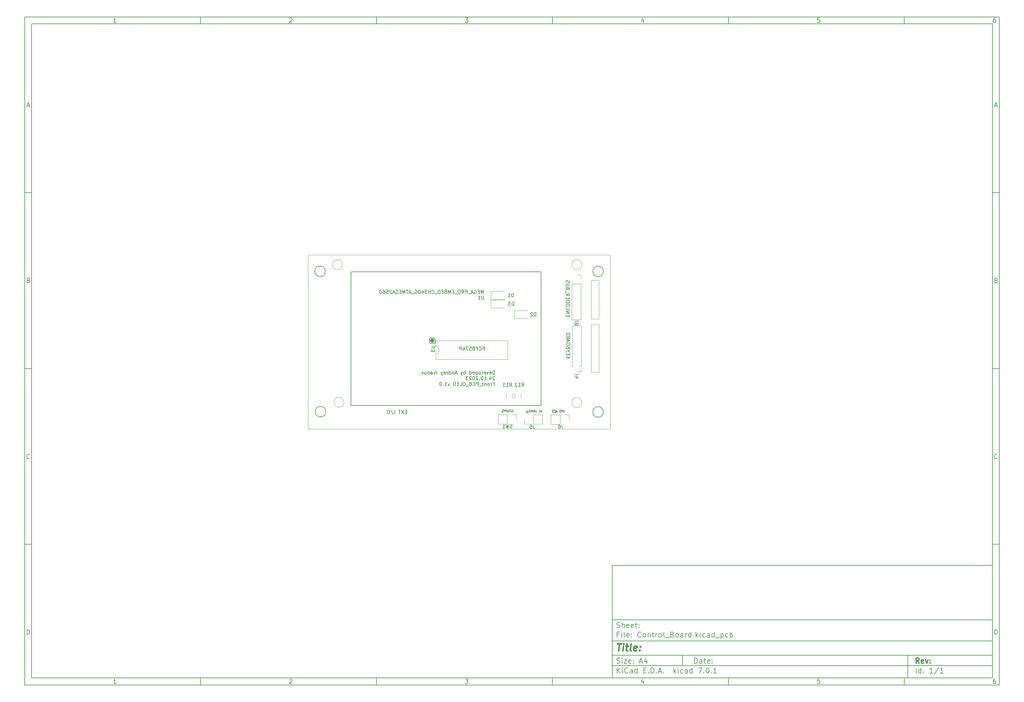
<source format=gbr>
%TF.GenerationSoftware,KiCad,Pcbnew,7.0.1*%
%TF.CreationDate,2023-11-03T16:51:15+00:00*%
%TF.ProjectId,Control_Board,436f6e74-726f-46c5-9f42-6f6172642e6b,rev?*%
%TF.SameCoordinates,Original*%
%TF.FileFunction,Legend,Bot*%
%TF.FilePolarity,Positive*%
%FSLAX45Y45*%
G04 Gerber Fmt 4.5, Leading zero omitted, Abs format (unit mm)*
G04 Created by KiCad (PCBNEW 7.0.1) date 2023-11-03 16:51:15*
%MOMM*%
%LPD*%
G01*
G04 APERTURE LIST*
%ADD10C,0.100000*%
%ADD11C,0.150000*%
%ADD12C,0.300000*%
%ADD13C,0.400000*%
%ADD14C,0.575899*%
%ADD15C,0.120000*%
%TA.AperFunction,Profile*%
%ADD16C,0.200000*%
%TD*%
%TA.AperFunction,Profile*%
%ADD17C,0.100000*%
%TD*%
G04 APERTURE END LIST*
D10*
D11*
X17700220Y-16600720D02*
X28500220Y-16600720D01*
X28500220Y-19800720D01*
X17700220Y-19800720D01*
X17700220Y-16600720D01*
D10*
D11*
X1000000Y-1000000D02*
X28700220Y-1000000D01*
X28700220Y-20000720D01*
X1000000Y-20000720D01*
X1000000Y-1000000D01*
D10*
D11*
X1200000Y-1200000D02*
X28500220Y-1200000D01*
X28500220Y-19800720D01*
X1200000Y-19800720D01*
X1200000Y-1200000D01*
D10*
D11*
X6000000Y-1200000D02*
X6000000Y-1000000D01*
D10*
D11*
X11000000Y-1200000D02*
X11000000Y-1000000D01*
D10*
D11*
X16000000Y-1200000D02*
X16000000Y-1000000D01*
D10*
D11*
X21000000Y-1200000D02*
X21000000Y-1000000D01*
D10*
D11*
X26000000Y-1200000D02*
X26000000Y-1000000D01*
D10*
D11*
X3599048Y-1160140D02*
X3524762Y-1160140D01*
X3561905Y-1160140D02*
X3561905Y-1030140D01*
X3561905Y-1030140D02*
X3549524Y-1048712D01*
X3549524Y-1048712D02*
X3537143Y-1061093D01*
X3537143Y-1061093D02*
X3524762Y-1067283D01*
D10*
D11*
X8524762Y-1042521D02*
X8530952Y-1036331D01*
X8530952Y-1036331D02*
X8543333Y-1030140D01*
X8543333Y-1030140D02*
X8574286Y-1030140D01*
X8574286Y-1030140D02*
X8586667Y-1036331D01*
X8586667Y-1036331D02*
X8592857Y-1042521D01*
X8592857Y-1042521D02*
X8599048Y-1054902D01*
X8599048Y-1054902D02*
X8599048Y-1067283D01*
X8599048Y-1067283D02*
X8592857Y-1085855D01*
X8592857Y-1085855D02*
X8518571Y-1160140D01*
X8518571Y-1160140D02*
X8599048Y-1160140D01*
D10*
D11*
X13518571Y-1030140D02*
X13599048Y-1030140D01*
X13599048Y-1030140D02*
X13555714Y-1079664D01*
X13555714Y-1079664D02*
X13574286Y-1079664D01*
X13574286Y-1079664D02*
X13586667Y-1085855D01*
X13586667Y-1085855D02*
X13592857Y-1092045D01*
X13592857Y-1092045D02*
X13599048Y-1104426D01*
X13599048Y-1104426D02*
X13599048Y-1135379D01*
X13599048Y-1135379D02*
X13592857Y-1147760D01*
X13592857Y-1147760D02*
X13586667Y-1153950D01*
X13586667Y-1153950D02*
X13574286Y-1160140D01*
X13574286Y-1160140D02*
X13537143Y-1160140D01*
X13537143Y-1160140D02*
X13524762Y-1153950D01*
X13524762Y-1153950D02*
X13518571Y-1147760D01*
D10*
D11*
X18586667Y-1073474D02*
X18586667Y-1160140D01*
X18555714Y-1023950D02*
X18524762Y-1116807D01*
X18524762Y-1116807D02*
X18605238Y-1116807D01*
D10*
D11*
X23592857Y-1030140D02*
X23530952Y-1030140D01*
X23530952Y-1030140D02*
X23524762Y-1092045D01*
X23524762Y-1092045D02*
X23530952Y-1085855D01*
X23530952Y-1085855D02*
X23543333Y-1079664D01*
X23543333Y-1079664D02*
X23574286Y-1079664D01*
X23574286Y-1079664D02*
X23586667Y-1085855D01*
X23586667Y-1085855D02*
X23592857Y-1092045D01*
X23592857Y-1092045D02*
X23599048Y-1104426D01*
X23599048Y-1104426D02*
X23599048Y-1135379D01*
X23599048Y-1135379D02*
X23592857Y-1147760D01*
X23592857Y-1147760D02*
X23586667Y-1153950D01*
X23586667Y-1153950D02*
X23574286Y-1160140D01*
X23574286Y-1160140D02*
X23543333Y-1160140D01*
X23543333Y-1160140D02*
X23530952Y-1153950D01*
X23530952Y-1153950D02*
X23524762Y-1147760D01*
D10*
D11*
X28586667Y-1030140D02*
X28561905Y-1030140D01*
X28561905Y-1030140D02*
X28549524Y-1036331D01*
X28549524Y-1036331D02*
X28543333Y-1042521D01*
X28543333Y-1042521D02*
X28530952Y-1061093D01*
X28530952Y-1061093D02*
X28524762Y-1085855D01*
X28524762Y-1085855D02*
X28524762Y-1135379D01*
X28524762Y-1135379D02*
X28530952Y-1147760D01*
X28530952Y-1147760D02*
X28537143Y-1153950D01*
X28537143Y-1153950D02*
X28549524Y-1160140D01*
X28549524Y-1160140D02*
X28574286Y-1160140D01*
X28574286Y-1160140D02*
X28586667Y-1153950D01*
X28586667Y-1153950D02*
X28592857Y-1147760D01*
X28592857Y-1147760D02*
X28599048Y-1135379D01*
X28599048Y-1135379D02*
X28599048Y-1104426D01*
X28599048Y-1104426D02*
X28592857Y-1092045D01*
X28592857Y-1092045D02*
X28586667Y-1085855D01*
X28586667Y-1085855D02*
X28574286Y-1079664D01*
X28574286Y-1079664D02*
X28549524Y-1079664D01*
X28549524Y-1079664D02*
X28537143Y-1085855D01*
X28537143Y-1085855D02*
X28530952Y-1092045D01*
X28530952Y-1092045D02*
X28524762Y-1104426D01*
D10*
D11*
X6000000Y-19800720D02*
X6000000Y-20000720D01*
D10*
D11*
X11000000Y-19800720D02*
X11000000Y-20000720D01*
D10*
D11*
X16000000Y-19800720D02*
X16000000Y-20000720D01*
D10*
D11*
X21000000Y-19800720D02*
X21000000Y-20000720D01*
D10*
D11*
X26000000Y-19800720D02*
X26000000Y-20000720D01*
D10*
D11*
X3599048Y-19960860D02*
X3524762Y-19960860D01*
X3561905Y-19960860D02*
X3561905Y-19830860D01*
X3561905Y-19830860D02*
X3549524Y-19849432D01*
X3549524Y-19849432D02*
X3537143Y-19861813D01*
X3537143Y-19861813D02*
X3524762Y-19868003D01*
D10*
D11*
X8524762Y-19843241D02*
X8530952Y-19837051D01*
X8530952Y-19837051D02*
X8543333Y-19830860D01*
X8543333Y-19830860D02*
X8574286Y-19830860D01*
X8574286Y-19830860D02*
X8586667Y-19837051D01*
X8586667Y-19837051D02*
X8592857Y-19843241D01*
X8592857Y-19843241D02*
X8599048Y-19855622D01*
X8599048Y-19855622D02*
X8599048Y-19868003D01*
X8599048Y-19868003D02*
X8592857Y-19886575D01*
X8592857Y-19886575D02*
X8518571Y-19960860D01*
X8518571Y-19960860D02*
X8599048Y-19960860D01*
D10*
D11*
X13518571Y-19830860D02*
X13599048Y-19830860D01*
X13599048Y-19830860D02*
X13555714Y-19880384D01*
X13555714Y-19880384D02*
X13574286Y-19880384D01*
X13574286Y-19880384D02*
X13586667Y-19886575D01*
X13586667Y-19886575D02*
X13592857Y-19892765D01*
X13592857Y-19892765D02*
X13599048Y-19905146D01*
X13599048Y-19905146D02*
X13599048Y-19936099D01*
X13599048Y-19936099D02*
X13592857Y-19948480D01*
X13592857Y-19948480D02*
X13586667Y-19954670D01*
X13586667Y-19954670D02*
X13574286Y-19960860D01*
X13574286Y-19960860D02*
X13537143Y-19960860D01*
X13537143Y-19960860D02*
X13524762Y-19954670D01*
X13524762Y-19954670D02*
X13518571Y-19948480D01*
D10*
D11*
X18586667Y-19874194D02*
X18586667Y-19960860D01*
X18555714Y-19824670D02*
X18524762Y-19917527D01*
X18524762Y-19917527D02*
X18605238Y-19917527D01*
D10*
D11*
X23592857Y-19830860D02*
X23530952Y-19830860D01*
X23530952Y-19830860D02*
X23524762Y-19892765D01*
X23524762Y-19892765D02*
X23530952Y-19886575D01*
X23530952Y-19886575D02*
X23543333Y-19880384D01*
X23543333Y-19880384D02*
X23574286Y-19880384D01*
X23574286Y-19880384D02*
X23586667Y-19886575D01*
X23586667Y-19886575D02*
X23592857Y-19892765D01*
X23592857Y-19892765D02*
X23599048Y-19905146D01*
X23599048Y-19905146D02*
X23599048Y-19936099D01*
X23599048Y-19936099D02*
X23592857Y-19948480D01*
X23592857Y-19948480D02*
X23586667Y-19954670D01*
X23586667Y-19954670D02*
X23574286Y-19960860D01*
X23574286Y-19960860D02*
X23543333Y-19960860D01*
X23543333Y-19960860D02*
X23530952Y-19954670D01*
X23530952Y-19954670D02*
X23524762Y-19948480D01*
D10*
D11*
X28586667Y-19830860D02*
X28561905Y-19830860D01*
X28561905Y-19830860D02*
X28549524Y-19837051D01*
X28549524Y-19837051D02*
X28543333Y-19843241D01*
X28543333Y-19843241D02*
X28530952Y-19861813D01*
X28530952Y-19861813D02*
X28524762Y-19886575D01*
X28524762Y-19886575D02*
X28524762Y-19936099D01*
X28524762Y-19936099D02*
X28530952Y-19948480D01*
X28530952Y-19948480D02*
X28537143Y-19954670D01*
X28537143Y-19954670D02*
X28549524Y-19960860D01*
X28549524Y-19960860D02*
X28574286Y-19960860D01*
X28574286Y-19960860D02*
X28586667Y-19954670D01*
X28586667Y-19954670D02*
X28592857Y-19948480D01*
X28592857Y-19948480D02*
X28599048Y-19936099D01*
X28599048Y-19936099D02*
X28599048Y-19905146D01*
X28599048Y-19905146D02*
X28592857Y-19892765D01*
X28592857Y-19892765D02*
X28586667Y-19886575D01*
X28586667Y-19886575D02*
X28574286Y-19880384D01*
X28574286Y-19880384D02*
X28549524Y-19880384D01*
X28549524Y-19880384D02*
X28537143Y-19886575D01*
X28537143Y-19886575D02*
X28530952Y-19892765D01*
X28530952Y-19892765D02*
X28524762Y-19905146D01*
D10*
D11*
X1000000Y-6000000D02*
X1200000Y-6000000D01*
D10*
D11*
X1000000Y-11000000D02*
X1200000Y-11000000D01*
D10*
D11*
X1000000Y-16000000D02*
X1200000Y-16000000D01*
D10*
D11*
X1069048Y-3522998D02*
X1130952Y-3522998D01*
X1056667Y-3560140D02*
X1100000Y-3430140D01*
X1100000Y-3430140D02*
X1143333Y-3560140D01*
D10*
D11*
X1109286Y-8492045D02*
X1127857Y-8498236D01*
X1127857Y-8498236D02*
X1134048Y-8504426D01*
X1134048Y-8504426D02*
X1140238Y-8516807D01*
X1140238Y-8516807D02*
X1140238Y-8535379D01*
X1140238Y-8535379D02*
X1134048Y-8547760D01*
X1134048Y-8547760D02*
X1127857Y-8553950D01*
X1127857Y-8553950D02*
X1115476Y-8560140D01*
X1115476Y-8560140D02*
X1065952Y-8560140D01*
X1065952Y-8560140D02*
X1065952Y-8430140D01*
X1065952Y-8430140D02*
X1109286Y-8430140D01*
X1109286Y-8430140D02*
X1121667Y-8436331D01*
X1121667Y-8436331D02*
X1127857Y-8442521D01*
X1127857Y-8442521D02*
X1134048Y-8454902D01*
X1134048Y-8454902D02*
X1134048Y-8467283D01*
X1134048Y-8467283D02*
X1127857Y-8479664D01*
X1127857Y-8479664D02*
X1121667Y-8485855D01*
X1121667Y-8485855D02*
X1109286Y-8492045D01*
X1109286Y-8492045D02*
X1065952Y-8492045D01*
D10*
D11*
X1140238Y-13547759D02*
X1134048Y-13553950D01*
X1134048Y-13553950D02*
X1115476Y-13560140D01*
X1115476Y-13560140D02*
X1103095Y-13560140D01*
X1103095Y-13560140D02*
X1084524Y-13553950D01*
X1084524Y-13553950D02*
X1072143Y-13541569D01*
X1072143Y-13541569D02*
X1065952Y-13529188D01*
X1065952Y-13529188D02*
X1059762Y-13504426D01*
X1059762Y-13504426D02*
X1059762Y-13485855D01*
X1059762Y-13485855D02*
X1065952Y-13461093D01*
X1065952Y-13461093D02*
X1072143Y-13448712D01*
X1072143Y-13448712D02*
X1084524Y-13436331D01*
X1084524Y-13436331D02*
X1103095Y-13430140D01*
X1103095Y-13430140D02*
X1115476Y-13430140D01*
X1115476Y-13430140D02*
X1134048Y-13436331D01*
X1134048Y-13436331D02*
X1140238Y-13442521D01*
D10*
D11*
X1065952Y-18560140D02*
X1065952Y-18430140D01*
X1065952Y-18430140D02*
X1096905Y-18430140D01*
X1096905Y-18430140D02*
X1115476Y-18436331D01*
X1115476Y-18436331D02*
X1127857Y-18448712D01*
X1127857Y-18448712D02*
X1134048Y-18461093D01*
X1134048Y-18461093D02*
X1140238Y-18485855D01*
X1140238Y-18485855D02*
X1140238Y-18504426D01*
X1140238Y-18504426D02*
X1134048Y-18529188D01*
X1134048Y-18529188D02*
X1127857Y-18541569D01*
X1127857Y-18541569D02*
X1115476Y-18553950D01*
X1115476Y-18553950D02*
X1096905Y-18560140D01*
X1096905Y-18560140D02*
X1065952Y-18560140D01*
D10*
D11*
X28700220Y-6000000D02*
X28500220Y-6000000D01*
D10*
D11*
X28700220Y-11000000D02*
X28500220Y-11000000D01*
D10*
D11*
X28700220Y-16000000D02*
X28500220Y-16000000D01*
D10*
D11*
X28569268Y-3522998D02*
X28631172Y-3522998D01*
X28556887Y-3560140D02*
X28600220Y-3430140D01*
X28600220Y-3430140D02*
X28643553Y-3560140D01*
D10*
D11*
X28609506Y-8492045D02*
X28628077Y-8498236D01*
X28628077Y-8498236D02*
X28634268Y-8504426D01*
X28634268Y-8504426D02*
X28640458Y-8516807D01*
X28640458Y-8516807D02*
X28640458Y-8535379D01*
X28640458Y-8535379D02*
X28634268Y-8547760D01*
X28634268Y-8547760D02*
X28628077Y-8553950D01*
X28628077Y-8553950D02*
X28615696Y-8560140D01*
X28615696Y-8560140D02*
X28566172Y-8560140D01*
X28566172Y-8560140D02*
X28566172Y-8430140D01*
X28566172Y-8430140D02*
X28609506Y-8430140D01*
X28609506Y-8430140D02*
X28621887Y-8436331D01*
X28621887Y-8436331D02*
X28628077Y-8442521D01*
X28628077Y-8442521D02*
X28634268Y-8454902D01*
X28634268Y-8454902D02*
X28634268Y-8467283D01*
X28634268Y-8467283D02*
X28628077Y-8479664D01*
X28628077Y-8479664D02*
X28621887Y-8485855D01*
X28621887Y-8485855D02*
X28609506Y-8492045D01*
X28609506Y-8492045D02*
X28566172Y-8492045D01*
D10*
D11*
X28640458Y-13547759D02*
X28634268Y-13553950D01*
X28634268Y-13553950D02*
X28615696Y-13560140D01*
X28615696Y-13560140D02*
X28603315Y-13560140D01*
X28603315Y-13560140D02*
X28584744Y-13553950D01*
X28584744Y-13553950D02*
X28572363Y-13541569D01*
X28572363Y-13541569D02*
X28566172Y-13529188D01*
X28566172Y-13529188D02*
X28559982Y-13504426D01*
X28559982Y-13504426D02*
X28559982Y-13485855D01*
X28559982Y-13485855D02*
X28566172Y-13461093D01*
X28566172Y-13461093D02*
X28572363Y-13448712D01*
X28572363Y-13448712D02*
X28584744Y-13436331D01*
X28584744Y-13436331D02*
X28603315Y-13430140D01*
X28603315Y-13430140D02*
X28615696Y-13430140D01*
X28615696Y-13430140D02*
X28634268Y-13436331D01*
X28634268Y-13436331D02*
X28640458Y-13442521D01*
D10*
D11*
X28566172Y-18560140D02*
X28566172Y-18430140D01*
X28566172Y-18430140D02*
X28597125Y-18430140D01*
X28597125Y-18430140D02*
X28615696Y-18436331D01*
X28615696Y-18436331D02*
X28628077Y-18448712D01*
X28628077Y-18448712D02*
X28634268Y-18461093D01*
X28634268Y-18461093D02*
X28640458Y-18485855D01*
X28640458Y-18485855D02*
X28640458Y-18504426D01*
X28640458Y-18504426D02*
X28634268Y-18529188D01*
X28634268Y-18529188D02*
X28628077Y-18541569D01*
X28628077Y-18541569D02*
X28615696Y-18553950D01*
X28615696Y-18553950D02*
X28597125Y-18560140D01*
X28597125Y-18560140D02*
X28566172Y-18560140D01*
D10*
D11*
X20035934Y-19380113D02*
X20035934Y-19230113D01*
X20035934Y-19230113D02*
X20071649Y-19230113D01*
X20071649Y-19230113D02*
X20093077Y-19237256D01*
X20093077Y-19237256D02*
X20107363Y-19251541D01*
X20107363Y-19251541D02*
X20114506Y-19265827D01*
X20114506Y-19265827D02*
X20121649Y-19294399D01*
X20121649Y-19294399D02*
X20121649Y-19315827D01*
X20121649Y-19315827D02*
X20114506Y-19344399D01*
X20114506Y-19344399D02*
X20107363Y-19358684D01*
X20107363Y-19358684D02*
X20093077Y-19372970D01*
X20093077Y-19372970D02*
X20071649Y-19380113D01*
X20071649Y-19380113D02*
X20035934Y-19380113D01*
X20250220Y-19380113D02*
X20250220Y-19301541D01*
X20250220Y-19301541D02*
X20243077Y-19287256D01*
X20243077Y-19287256D02*
X20228791Y-19280113D01*
X20228791Y-19280113D02*
X20200220Y-19280113D01*
X20200220Y-19280113D02*
X20185934Y-19287256D01*
X20250220Y-19372970D02*
X20235934Y-19380113D01*
X20235934Y-19380113D02*
X20200220Y-19380113D01*
X20200220Y-19380113D02*
X20185934Y-19372970D01*
X20185934Y-19372970D02*
X20178791Y-19358684D01*
X20178791Y-19358684D02*
X20178791Y-19344399D01*
X20178791Y-19344399D02*
X20185934Y-19330113D01*
X20185934Y-19330113D02*
X20200220Y-19322970D01*
X20200220Y-19322970D02*
X20235934Y-19322970D01*
X20235934Y-19322970D02*
X20250220Y-19315827D01*
X20300220Y-19280113D02*
X20357363Y-19280113D01*
X20321649Y-19230113D02*
X20321649Y-19358684D01*
X20321649Y-19358684D02*
X20328791Y-19372970D01*
X20328791Y-19372970D02*
X20343077Y-19380113D01*
X20343077Y-19380113D02*
X20357363Y-19380113D01*
X20464506Y-19372970D02*
X20450220Y-19380113D01*
X20450220Y-19380113D02*
X20421649Y-19380113D01*
X20421649Y-19380113D02*
X20407363Y-19372970D01*
X20407363Y-19372970D02*
X20400220Y-19358684D01*
X20400220Y-19358684D02*
X20400220Y-19301541D01*
X20400220Y-19301541D02*
X20407363Y-19287256D01*
X20407363Y-19287256D02*
X20421649Y-19280113D01*
X20421649Y-19280113D02*
X20450220Y-19280113D01*
X20450220Y-19280113D02*
X20464506Y-19287256D01*
X20464506Y-19287256D02*
X20471649Y-19301541D01*
X20471649Y-19301541D02*
X20471649Y-19315827D01*
X20471649Y-19315827D02*
X20400220Y-19330113D01*
X20535934Y-19365827D02*
X20543077Y-19372970D01*
X20543077Y-19372970D02*
X20535934Y-19380113D01*
X20535934Y-19380113D02*
X20528791Y-19372970D01*
X20528791Y-19372970D02*
X20535934Y-19365827D01*
X20535934Y-19365827D02*
X20535934Y-19380113D01*
X20535934Y-19287256D02*
X20543077Y-19294399D01*
X20543077Y-19294399D02*
X20535934Y-19301541D01*
X20535934Y-19301541D02*
X20528791Y-19294399D01*
X20528791Y-19294399D02*
X20535934Y-19287256D01*
X20535934Y-19287256D02*
X20535934Y-19301541D01*
D10*
D11*
X17700220Y-19450720D02*
X28500220Y-19450720D01*
D10*
D11*
X17835934Y-19660113D02*
X17835934Y-19510113D01*
X17921649Y-19660113D02*
X17857363Y-19574399D01*
X17921649Y-19510113D02*
X17835934Y-19595827D01*
X17985934Y-19660113D02*
X17985934Y-19560113D01*
X17985934Y-19510113D02*
X17978791Y-19517256D01*
X17978791Y-19517256D02*
X17985934Y-19524399D01*
X17985934Y-19524399D02*
X17993077Y-19517256D01*
X17993077Y-19517256D02*
X17985934Y-19510113D01*
X17985934Y-19510113D02*
X17985934Y-19524399D01*
X18143077Y-19645827D02*
X18135934Y-19652970D01*
X18135934Y-19652970D02*
X18114506Y-19660113D01*
X18114506Y-19660113D02*
X18100220Y-19660113D01*
X18100220Y-19660113D02*
X18078791Y-19652970D01*
X18078791Y-19652970D02*
X18064506Y-19638684D01*
X18064506Y-19638684D02*
X18057363Y-19624399D01*
X18057363Y-19624399D02*
X18050220Y-19595827D01*
X18050220Y-19595827D02*
X18050220Y-19574399D01*
X18050220Y-19574399D02*
X18057363Y-19545827D01*
X18057363Y-19545827D02*
X18064506Y-19531541D01*
X18064506Y-19531541D02*
X18078791Y-19517256D01*
X18078791Y-19517256D02*
X18100220Y-19510113D01*
X18100220Y-19510113D02*
X18114506Y-19510113D01*
X18114506Y-19510113D02*
X18135934Y-19517256D01*
X18135934Y-19517256D02*
X18143077Y-19524399D01*
X18271649Y-19660113D02*
X18271649Y-19581541D01*
X18271649Y-19581541D02*
X18264506Y-19567256D01*
X18264506Y-19567256D02*
X18250220Y-19560113D01*
X18250220Y-19560113D02*
X18221649Y-19560113D01*
X18221649Y-19560113D02*
X18207363Y-19567256D01*
X18271649Y-19652970D02*
X18257363Y-19660113D01*
X18257363Y-19660113D02*
X18221649Y-19660113D01*
X18221649Y-19660113D02*
X18207363Y-19652970D01*
X18207363Y-19652970D02*
X18200220Y-19638684D01*
X18200220Y-19638684D02*
X18200220Y-19624399D01*
X18200220Y-19624399D02*
X18207363Y-19610113D01*
X18207363Y-19610113D02*
X18221649Y-19602970D01*
X18221649Y-19602970D02*
X18257363Y-19602970D01*
X18257363Y-19602970D02*
X18271649Y-19595827D01*
X18407363Y-19660113D02*
X18407363Y-19510113D01*
X18407363Y-19652970D02*
X18393077Y-19660113D01*
X18393077Y-19660113D02*
X18364506Y-19660113D01*
X18364506Y-19660113D02*
X18350220Y-19652970D01*
X18350220Y-19652970D02*
X18343077Y-19645827D01*
X18343077Y-19645827D02*
X18335934Y-19631541D01*
X18335934Y-19631541D02*
X18335934Y-19588684D01*
X18335934Y-19588684D02*
X18343077Y-19574399D01*
X18343077Y-19574399D02*
X18350220Y-19567256D01*
X18350220Y-19567256D02*
X18364506Y-19560113D01*
X18364506Y-19560113D02*
X18393077Y-19560113D01*
X18393077Y-19560113D02*
X18407363Y-19567256D01*
X18593077Y-19581541D02*
X18643077Y-19581541D01*
X18664506Y-19660113D02*
X18593077Y-19660113D01*
X18593077Y-19660113D02*
X18593077Y-19510113D01*
X18593077Y-19510113D02*
X18664506Y-19510113D01*
X18728791Y-19645827D02*
X18735934Y-19652970D01*
X18735934Y-19652970D02*
X18728791Y-19660113D01*
X18728791Y-19660113D02*
X18721649Y-19652970D01*
X18721649Y-19652970D02*
X18728791Y-19645827D01*
X18728791Y-19645827D02*
X18728791Y-19660113D01*
X18800220Y-19660113D02*
X18800220Y-19510113D01*
X18800220Y-19510113D02*
X18835934Y-19510113D01*
X18835934Y-19510113D02*
X18857363Y-19517256D01*
X18857363Y-19517256D02*
X18871649Y-19531541D01*
X18871649Y-19531541D02*
X18878792Y-19545827D01*
X18878792Y-19545827D02*
X18885934Y-19574399D01*
X18885934Y-19574399D02*
X18885934Y-19595827D01*
X18885934Y-19595827D02*
X18878792Y-19624399D01*
X18878792Y-19624399D02*
X18871649Y-19638684D01*
X18871649Y-19638684D02*
X18857363Y-19652970D01*
X18857363Y-19652970D02*
X18835934Y-19660113D01*
X18835934Y-19660113D02*
X18800220Y-19660113D01*
X18950220Y-19645827D02*
X18957363Y-19652970D01*
X18957363Y-19652970D02*
X18950220Y-19660113D01*
X18950220Y-19660113D02*
X18943077Y-19652970D01*
X18943077Y-19652970D02*
X18950220Y-19645827D01*
X18950220Y-19645827D02*
X18950220Y-19660113D01*
X19014506Y-19617256D02*
X19085934Y-19617256D01*
X19000220Y-19660113D02*
X19050220Y-19510113D01*
X19050220Y-19510113D02*
X19100220Y-19660113D01*
X19150220Y-19645827D02*
X19157363Y-19652970D01*
X19157363Y-19652970D02*
X19150220Y-19660113D01*
X19150220Y-19660113D02*
X19143077Y-19652970D01*
X19143077Y-19652970D02*
X19150220Y-19645827D01*
X19150220Y-19645827D02*
X19150220Y-19660113D01*
X19450220Y-19660113D02*
X19450220Y-19510113D01*
X19464506Y-19602970D02*
X19507363Y-19660113D01*
X19507363Y-19560113D02*
X19450220Y-19617256D01*
X19571649Y-19660113D02*
X19571649Y-19560113D01*
X19571649Y-19510113D02*
X19564506Y-19517256D01*
X19564506Y-19517256D02*
X19571649Y-19524399D01*
X19571649Y-19524399D02*
X19578792Y-19517256D01*
X19578792Y-19517256D02*
X19571649Y-19510113D01*
X19571649Y-19510113D02*
X19571649Y-19524399D01*
X19707363Y-19652970D02*
X19693077Y-19660113D01*
X19693077Y-19660113D02*
X19664506Y-19660113D01*
X19664506Y-19660113D02*
X19650220Y-19652970D01*
X19650220Y-19652970D02*
X19643077Y-19645827D01*
X19643077Y-19645827D02*
X19635934Y-19631541D01*
X19635934Y-19631541D02*
X19635934Y-19588684D01*
X19635934Y-19588684D02*
X19643077Y-19574399D01*
X19643077Y-19574399D02*
X19650220Y-19567256D01*
X19650220Y-19567256D02*
X19664506Y-19560113D01*
X19664506Y-19560113D02*
X19693077Y-19560113D01*
X19693077Y-19560113D02*
X19707363Y-19567256D01*
X19835934Y-19660113D02*
X19835934Y-19581541D01*
X19835934Y-19581541D02*
X19828792Y-19567256D01*
X19828792Y-19567256D02*
X19814506Y-19560113D01*
X19814506Y-19560113D02*
X19785934Y-19560113D01*
X19785934Y-19560113D02*
X19771649Y-19567256D01*
X19835934Y-19652970D02*
X19821649Y-19660113D01*
X19821649Y-19660113D02*
X19785934Y-19660113D01*
X19785934Y-19660113D02*
X19771649Y-19652970D01*
X19771649Y-19652970D02*
X19764506Y-19638684D01*
X19764506Y-19638684D02*
X19764506Y-19624399D01*
X19764506Y-19624399D02*
X19771649Y-19610113D01*
X19771649Y-19610113D02*
X19785934Y-19602970D01*
X19785934Y-19602970D02*
X19821649Y-19602970D01*
X19821649Y-19602970D02*
X19835934Y-19595827D01*
X19971649Y-19660113D02*
X19971649Y-19510113D01*
X19971649Y-19652970D02*
X19957363Y-19660113D01*
X19957363Y-19660113D02*
X19928792Y-19660113D01*
X19928792Y-19660113D02*
X19914506Y-19652970D01*
X19914506Y-19652970D02*
X19907363Y-19645827D01*
X19907363Y-19645827D02*
X19900220Y-19631541D01*
X19900220Y-19631541D02*
X19900220Y-19588684D01*
X19900220Y-19588684D02*
X19907363Y-19574399D01*
X19907363Y-19574399D02*
X19914506Y-19567256D01*
X19914506Y-19567256D02*
X19928792Y-19560113D01*
X19928792Y-19560113D02*
X19957363Y-19560113D01*
X19957363Y-19560113D02*
X19971649Y-19567256D01*
X20143077Y-19510113D02*
X20243077Y-19510113D01*
X20243077Y-19510113D02*
X20178792Y-19660113D01*
X20300220Y-19645827D02*
X20307363Y-19652970D01*
X20307363Y-19652970D02*
X20300220Y-19660113D01*
X20300220Y-19660113D02*
X20293077Y-19652970D01*
X20293077Y-19652970D02*
X20300220Y-19645827D01*
X20300220Y-19645827D02*
X20300220Y-19660113D01*
X20400220Y-19510113D02*
X20414506Y-19510113D01*
X20414506Y-19510113D02*
X20428792Y-19517256D01*
X20428792Y-19517256D02*
X20435934Y-19524399D01*
X20435934Y-19524399D02*
X20443077Y-19538684D01*
X20443077Y-19538684D02*
X20450220Y-19567256D01*
X20450220Y-19567256D02*
X20450220Y-19602970D01*
X20450220Y-19602970D02*
X20443077Y-19631541D01*
X20443077Y-19631541D02*
X20435934Y-19645827D01*
X20435934Y-19645827D02*
X20428792Y-19652970D01*
X20428792Y-19652970D02*
X20414506Y-19660113D01*
X20414506Y-19660113D02*
X20400220Y-19660113D01*
X20400220Y-19660113D02*
X20385934Y-19652970D01*
X20385934Y-19652970D02*
X20378792Y-19645827D01*
X20378792Y-19645827D02*
X20371649Y-19631541D01*
X20371649Y-19631541D02*
X20364506Y-19602970D01*
X20364506Y-19602970D02*
X20364506Y-19567256D01*
X20364506Y-19567256D02*
X20371649Y-19538684D01*
X20371649Y-19538684D02*
X20378792Y-19524399D01*
X20378792Y-19524399D02*
X20385934Y-19517256D01*
X20385934Y-19517256D02*
X20400220Y-19510113D01*
X20514506Y-19645827D02*
X20521649Y-19652970D01*
X20521649Y-19652970D02*
X20514506Y-19660113D01*
X20514506Y-19660113D02*
X20507363Y-19652970D01*
X20507363Y-19652970D02*
X20514506Y-19645827D01*
X20514506Y-19645827D02*
X20514506Y-19660113D01*
X20664506Y-19660113D02*
X20578792Y-19660113D01*
X20621649Y-19660113D02*
X20621649Y-19510113D01*
X20621649Y-19510113D02*
X20607363Y-19531541D01*
X20607363Y-19531541D02*
X20593077Y-19545827D01*
X20593077Y-19545827D02*
X20578792Y-19552970D01*
D10*
D11*
X17700220Y-19150720D02*
X28500220Y-19150720D01*
D10*
D12*
X26421648Y-19380113D02*
X26371648Y-19308684D01*
X26335934Y-19380113D02*
X26335934Y-19230113D01*
X26335934Y-19230113D02*
X26393077Y-19230113D01*
X26393077Y-19230113D02*
X26407363Y-19237256D01*
X26407363Y-19237256D02*
X26414506Y-19244399D01*
X26414506Y-19244399D02*
X26421648Y-19258684D01*
X26421648Y-19258684D02*
X26421648Y-19280113D01*
X26421648Y-19280113D02*
X26414506Y-19294399D01*
X26414506Y-19294399D02*
X26407363Y-19301541D01*
X26407363Y-19301541D02*
X26393077Y-19308684D01*
X26393077Y-19308684D02*
X26335934Y-19308684D01*
X26543077Y-19372970D02*
X26528791Y-19380113D01*
X26528791Y-19380113D02*
X26500220Y-19380113D01*
X26500220Y-19380113D02*
X26485934Y-19372970D01*
X26485934Y-19372970D02*
X26478791Y-19358684D01*
X26478791Y-19358684D02*
X26478791Y-19301541D01*
X26478791Y-19301541D02*
X26485934Y-19287256D01*
X26485934Y-19287256D02*
X26500220Y-19280113D01*
X26500220Y-19280113D02*
X26528791Y-19280113D01*
X26528791Y-19280113D02*
X26543077Y-19287256D01*
X26543077Y-19287256D02*
X26550220Y-19301541D01*
X26550220Y-19301541D02*
X26550220Y-19315827D01*
X26550220Y-19315827D02*
X26478791Y-19330113D01*
X26600220Y-19280113D02*
X26635934Y-19380113D01*
X26635934Y-19380113D02*
X26671648Y-19280113D01*
X26728791Y-19365827D02*
X26735934Y-19372970D01*
X26735934Y-19372970D02*
X26728791Y-19380113D01*
X26728791Y-19380113D02*
X26721648Y-19372970D01*
X26721648Y-19372970D02*
X26728791Y-19365827D01*
X26728791Y-19365827D02*
X26728791Y-19380113D01*
X26728791Y-19287256D02*
X26735934Y-19294399D01*
X26735934Y-19294399D02*
X26728791Y-19301541D01*
X26728791Y-19301541D02*
X26721648Y-19294399D01*
X26721648Y-19294399D02*
X26728791Y-19287256D01*
X26728791Y-19287256D02*
X26728791Y-19301541D01*
D10*
D11*
X17828791Y-19372970D02*
X17850220Y-19380113D01*
X17850220Y-19380113D02*
X17885934Y-19380113D01*
X17885934Y-19380113D02*
X17900220Y-19372970D01*
X17900220Y-19372970D02*
X17907363Y-19365827D01*
X17907363Y-19365827D02*
X17914506Y-19351541D01*
X17914506Y-19351541D02*
X17914506Y-19337256D01*
X17914506Y-19337256D02*
X17907363Y-19322970D01*
X17907363Y-19322970D02*
X17900220Y-19315827D01*
X17900220Y-19315827D02*
X17885934Y-19308684D01*
X17885934Y-19308684D02*
X17857363Y-19301541D01*
X17857363Y-19301541D02*
X17843077Y-19294399D01*
X17843077Y-19294399D02*
X17835934Y-19287256D01*
X17835934Y-19287256D02*
X17828791Y-19272970D01*
X17828791Y-19272970D02*
X17828791Y-19258684D01*
X17828791Y-19258684D02*
X17835934Y-19244399D01*
X17835934Y-19244399D02*
X17843077Y-19237256D01*
X17843077Y-19237256D02*
X17857363Y-19230113D01*
X17857363Y-19230113D02*
X17893077Y-19230113D01*
X17893077Y-19230113D02*
X17914506Y-19237256D01*
X17978791Y-19380113D02*
X17978791Y-19280113D01*
X17978791Y-19230113D02*
X17971649Y-19237256D01*
X17971649Y-19237256D02*
X17978791Y-19244399D01*
X17978791Y-19244399D02*
X17985934Y-19237256D01*
X17985934Y-19237256D02*
X17978791Y-19230113D01*
X17978791Y-19230113D02*
X17978791Y-19244399D01*
X18035934Y-19280113D02*
X18114506Y-19280113D01*
X18114506Y-19280113D02*
X18035934Y-19380113D01*
X18035934Y-19380113D02*
X18114506Y-19380113D01*
X18228791Y-19372970D02*
X18214506Y-19380113D01*
X18214506Y-19380113D02*
X18185934Y-19380113D01*
X18185934Y-19380113D02*
X18171649Y-19372970D01*
X18171649Y-19372970D02*
X18164506Y-19358684D01*
X18164506Y-19358684D02*
X18164506Y-19301541D01*
X18164506Y-19301541D02*
X18171649Y-19287256D01*
X18171649Y-19287256D02*
X18185934Y-19280113D01*
X18185934Y-19280113D02*
X18214506Y-19280113D01*
X18214506Y-19280113D02*
X18228791Y-19287256D01*
X18228791Y-19287256D02*
X18235934Y-19301541D01*
X18235934Y-19301541D02*
X18235934Y-19315827D01*
X18235934Y-19315827D02*
X18164506Y-19330113D01*
X18300220Y-19365827D02*
X18307363Y-19372970D01*
X18307363Y-19372970D02*
X18300220Y-19380113D01*
X18300220Y-19380113D02*
X18293077Y-19372970D01*
X18293077Y-19372970D02*
X18300220Y-19365827D01*
X18300220Y-19365827D02*
X18300220Y-19380113D01*
X18300220Y-19287256D02*
X18307363Y-19294399D01*
X18307363Y-19294399D02*
X18300220Y-19301541D01*
X18300220Y-19301541D02*
X18293077Y-19294399D01*
X18293077Y-19294399D02*
X18300220Y-19287256D01*
X18300220Y-19287256D02*
X18300220Y-19301541D01*
X18478791Y-19337256D02*
X18550220Y-19337256D01*
X18464506Y-19380113D02*
X18514506Y-19230113D01*
X18514506Y-19230113D02*
X18564506Y-19380113D01*
X18678791Y-19280113D02*
X18678791Y-19380113D01*
X18643077Y-19222970D02*
X18607363Y-19330113D01*
X18607363Y-19330113D02*
X18700220Y-19330113D01*
D10*
D11*
X26335934Y-19660113D02*
X26335934Y-19510113D01*
X26471649Y-19660113D02*
X26471649Y-19510113D01*
X26471649Y-19652970D02*
X26457363Y-19660113D01*
X26457363Y-19660113D02*
X26428791Y-19660113D01*
X26428791Y-19660113D02*
X26414506Y-19652970D01*
X26414506Y-19652970D02*
X26407363Y-19645827D01*
X26407363Y-19645827D02*
X26400220Y-19631541D01*
X26400220Y-19631541D02*
X26400220Y-19588684D01*
X26400220Y-19588684D02*
X26407363Y-19574399D01*
X26407363Y-19574399D02*
X26414506Y-19567256D01*
X26414506Y-19567256D02*
X26428791Y-19560113D01*
X26428791Y-19560113D02*
X26457363Y-19560113D01*
X26457363Y-19560113D02*
X26471649Y-19567256D01*
X26543077Y-19645827D02*
X26550220Y-19652970D01*
X26550220Y-19652970D02*
X26543077Y-19660113D01*
X26543077Y-19660113D02*
X26535934Y-19652970D01*
X26535934Y-19652970D02*
X26543077Y-19645827D01*
X26543077Y-19645827D02*
X26543077Y-19660113D01*
X26543077Y-19567256D02*
X26550220Y-19574399D01*
X26550220Y-19574399D02*
X26543077Y-19581541D01*
X26543077Y-19581541D02*
X26535934Y-19574399D01*
X26535934Y-19574399D02*
X26543077Y-19567256D01*
X26543077Y-19567256D02*
X26543077Y-19581541D01*
X26807363Y-19660113D02*
X26721649Y-19660113D01*
X26764506Y-19660113D02*
X26764506Y-19510113D01*
X26764506Y-19510113D02*
X26750220Y-19531541D01*
X26750220Y-19531541D02*
X26735934Y-19545827D01*
X26735934Y-19545827D02*
X26721649Y-19552970D01*
X26978791Y-19502970D02*
X26850220Y-19695827D01*
X27107363Y-19660113D02*
X27021649Y-19660113D01*
X27064506Y-19660113D02*
X27064506Y-19510113D01*
X27064506Y-19510113D02*
X27050220Y-19531541D01*
X27050220Y-19531541D02*
X27035934Y-19545827D01*
X27035934Y-19545827D02*
X27021649Y-19552970D01*
D10*
D11*
X17700220Y-18750720D02*
X28500220Y-18750720D01*
D10*
D13*
X17843077Y-18823244D02*
X17957363Y-18823244D01*
X17875220Y-19023244D02*
X17900220Y-18823244D01*
X17997839Y-19023244D02*
X18014506Y-18889910D01*
X18022839Y-18823244D02*
X18012125Y-18832768D01*
X18012125Y-18832768D02*
X18020458Y-18842291D01*
X18020458Y-18842291D02*
X18031172Y-18832768D01*
X18031172Y-18832768D02*
X18022839Y-18823244D01*
X18022839Y-18823244D02*
X18020458Y-18842291D01*
X18079982Y-18889910D02*
X18156172Y-18889910D01*
X18116887Y-18823244D02*
X18095458Y-18994672D01*
X18095458Y-18994672D02*
X18102601Y-19013720D01*
X18102601Y-19013720D02*
X18120458Y-19023244D01*
X18120458Y-19023244D02*
X18139506Y-19023244D01*
X18233553Y-19023244D02*
X18215696Y-19013720D01*
X18215696Y-19013720D02*
X18208553Y-18994672D01*
X18208553Y-18994672D02*
X18229982Y-18823244D01*
X18385934Y-19013720D02*
X18365696Y-19023244D01*
X18365696Y-19023244D02*
X18327601Y-19023244D01*
X18327601Y-19023244D02*
X18309744Y-19013720D01*
X18309744Y-19013720D02*
X18302601Y-18994672D01*
X18302601Y-18994672D02*
X18312125Y-18918482D01*
X18312125Y-18918482D02*
X18324029Y-18899434D01*
X18324029Y-18899434D02*
X18344268Y-18889910D01*
X18344268Y-18889910D02*
X18382363Y-18889910D01*
X18382363Y-18889910D02*
X18400220Y-18899434D01*
X18400220Y-18899434D02*
X18407363Y-18918482D01*
X18407363Y-18918482D02*
X18404982Y-18937530D01*
X18404982Y-18937530D02*
X18307363Y-18956577D01*
X18481172Y-19004196D02*
X18489506Y-19013720D01*
X18489506Y-19013720D02*
X18478791Y-19023244D01*
X18478791Y-19023244D02*
X18470458Y-19013720D01*
X18470458Y-19013720D02*
X18481172Y-19004196D01*
X18481172Y-19004196D02*
X18478791Y-19023244D01*
X18494268Y-18899434D02*
X18502601Y-18908958D01*
X18502601Y-18908958D02*
X18491887Y-18918482D01*
X18491887Y-18918482D02*
X18483553Y-18908958D01*
X18483553Y-18908958D02*
X18494268Y-18899434D01*
X18494268Y-18899434D02*
X18491887Y-18918482D01*
D10*
D11*
X17885934Y-18561541D02*
X17835934Y-18561541D01*
X17835934Y-18640113D02*
X17835934Y-18490113D01*
X17835934Y-18490113D02*
X17907363Y-18490113D01*
X17964506Y-18640113D02*
X17964506Y-18540113D01*
X17964506Y-18490113D02*
X17957363Y-18497256D01*
X17957363Y-18497256D02*
X17964506Y-18504399D01*
X17964506Y-18504399D02*
X17971649Y-18497256D01*
X17971649Y-18497256D02*
X17964506Y-18490113D01*
X17964506Y-18490113D02*
X17964506Y-18504399D01*
X18057363Y-18640113D02*
X18043077Y-18632970D01*
X18043077Y-18632970D02*
X18035934Y-18618684D01*
X18035934Y-18618684D02*
X18035934Y-18490113D01*
X18171649Y-18632970D02*
X18157363Y-18640113D01*
X18157363Y-18640113D02*
X18128791Y-18640113D01*
X18128791Y-18640113D02*
X18114506Y-18632970D01*
X18114506Y-18632970D02*
X18107363Y-18618684D01*
X18107363Y-18618684D02*
X18107363Y-18561541D01*
X18107363Y-18561541D02*
X18114506Y-18547256D01*
X18114506Y-18547256D02*
X18128791Y-18540113D01*
X18128791Y-18540113D02*
X18157363Y-18540113D01*
X18157363Y-18540113D02*
X18171649Y-18547256D01*
X18171649Y-18547256D02*
X18178791Y-18561541D01*
X18178791Y-18561541D02*
X18178791Y-18575827D01*
X18178791Y-18575827D02*
X18107363Y-18590113D01*
X18243077Y-18625827D02*
X18250220Y-18632970D01*
X18250220Y-18632970D02*
X18243077Y-18640113D01*
X18243077Y-18640113D02*
X18235934Y-18632970D01*
X18235934Y-18632970D02*
X18243077Y-18625827D01*
X18243077Y-18625827D02*
X18243077Y-18640113D01*
X18243077Y-18547256D02*
X18250220Y-18554399D01*
X18250220Y-18554399D02*
X18243077Y-18561541D01*
X18243077Y-18561541D02*
X18235934Y-18554399D01*
X18235934Y-18554399D02*
X18243077Y-18547256D01*
X18243077Y-18547256D02*
X18243077Y-18561541D01*
X18514506Y-18625827D02*
X18507363Y-18632970D01*
X18507363Y-18632970D02*
X18485934Y-18640113D01*
X18485934Y-18640113D02*
X18471649Y-18640113D01*
X18471649Y-18640113D02*
X18450220Y-18632970D01*
X18450220Y-18632970D02*
X18435934Y-18618684D01*
X18435934Y-18618684D02*
X18428791Y-18604399D01*
X18428791Y-18604399D02*
X18421649Y-18575827D01*
X18421649Y-18575827D02*
X18421649Y-18554399D01*
X18421649Y-18554399D02*
X18428791Y-18525827D01*
X18428791Y-18525827D02*
X18435934Y-18511541D01*
X18435934Y-18511541D02*
X18450220Y-18497256D01*
X18450220Y-18497256D02*
X18471649Y-18490113D01*
X18471649Y-18490113D02*
X18485934Y-18490113D01*
X18485934Y-18490113D02*
X18507363Y-18497256D01*
X18507363Y-18497256D02*
X18514506Y-18504399D01*
X18600220Y-18640113D02*
X18585934Y-18632970D01*
X18585934Y-18632970D02*
X18578791Y-18625827D01*
X18578791Y-18625827D02*
X18571649Y-18611541D01*
X18571649Y-18611541D02*
X18571649Y-18568684D01*
X18571649Y-18568684D02*
X18578791Y-18554399D01*
X18578791Y-18554399D02*
X18585934Y-18547256D01*
X18585934Y-18547256D02*
X18600220Y-18540113D01*
X18600220Y-18540113D02*
X18621649Y-18540113D01*
X18621649Y-18540113D02*
X18635934Y-18547256D01*
X18635934Y-18547256D02*
X18643077Y-18554399D01*
X18643077Y-18554399D02*
X18650220Y-18568684D01*
X18650220Y-18568684D02*
X18650220Y-18611541D01*
X18650220Y-18611541D02*
X18643077Y-18625827D01*
X18643077Y-18625827D02*
X18635934Y-18632970D01*
X18635934Y-18632970D02*
X18621649Y-18640113D01*
X18621649Y-18640113D02*
X18600220Y-18640113D01*
X18714506Y-18540113D02*
X18714506Y-18640113D01*
X18714506Y-18554399D02*
X18721649Y-18547256D01*
X18721649Y-18547256D02*
X18735934Y-18540113D01*
X18735934Y-18540113D02*
X18757363Y-18540113D01*
X18757363Y-18540113D02*
X18771649Y-18547256D01*
X18771649Y-18547256D02*
X18778791Y-18561541D01*
X18778791Y-18561541D02*
X18778791Y-18640113D01*
X18828791Y-18540113D02*
X18885934Y-18540113D01*
X18850220Y-18490113D02*
X18850220Y-18618684D01*
X18850220Y-18618684D02*
X18857363Y-18632970D01*
X18857363Y-18632970D02*
X18871649Y-18640113D01*
X18871649Y-18640113D02*
X18885934Y-18640113D01*
X18935934Y-18640113D02*
X18935934Y-18540113D01*
X18935934Y-18568684D02*
X18943077Y-18554399D01*
X18943077Y-18554399D02*
X18950220Y-18547256D01*
X18950220Y-18547256D02*
X18964506Y-18540113D01*
X18964506Y-18540113D02*
X18978791Y-18540113D01*
X19050220Y-18640113D02*
X19035934Y-18632970D01*
X19035934Y-18632970D02*
X19028791Y-18625827D01*
X19028791Y-18625827D02*
X19021649Y-18611541D01*
X19021649Y-18611541D02*
X19021649Y-18568684D01*
X19021649Y-18568684D02*
X19028791Y-18554399D01*
X19028791Y-18554399D02*
X19035934Y-18547256D01*
X19035934Y-18547256D02*
X19050220Y-18540113D01*
X19050220Y-18540113D02*
X19071649Y-18540113D01*
X19071649Y-18540113D02*
X19085934Y-18547256D01*
X19085934Y-18547256D02*
X19093077Y-18554399D01*
X19093077Y-18554399D02*
X19100220Y-18568684D01*
X19100220Y-18568684D02*
X19100220Y-18611541D01*
X19100220Y-18611541D02*
X19093077Y-18625827D01*
X19093077Y-18625827D02*
X19085934Y-18632970D01*
X19085934Y-18632970D02*
X19071649Y-18640113D01*
X19071649Y-18640113D02*
X19050220Y-18640113D01*
X19185934Y-18640113D02*
X19171649Y-18632970D01*
X19171649Y-18632970D02*
X19164506Y-18618684D01*
X19164506Y-18618684D02*
X19164506Y-18490113D01*
X19207363Y-18654399D02*
X19321649Y-18654399D01*
X19407363Y-18561541D02*
X19428791Y-18568684D01*
X19428791Y-18568684D02*
X19435934Y-18575827D01*
X19435934Y-18575827D02*
X19443077Y-18590113D01*
X19443077Y-18590113D02*
X19443077Y-18611541D01*
X19443077Y-18611541D02*
X19435934Y-18625827D01*
X19435934Y-18625827D02*
X19428791Y-18632970D01*
X19428791Y-18632970D02*
X19414506Y-18640113D01*
X19414506Y-18640113D02*
X19357363Y-18640113D01*
X19357363Y-18640113D02*
X19357363Y-18490113D01*
X19357363Y-18490113D02*
X19407363Y-18490113D01*
X19407363Y-18490113D02*
X19421649Y-18497256D01*
X19421649Y-18497256D02*
X19428791Y-18504399D01*
X19428791Y-18504399D02*
X19435934Y-18518684D01*
X19435934Y-18518684D02*
X19435934Y-18532970D01*
X19435934Y-18532970D02*
X19428791Y-18547256D01*
X19428791Y-18547256D02*
X19421649Y-18554399D01*
X19421649Y-18554399D02*
X19407363Y-18561541D01*
X19407363Y-18561541D02*
X19357363Y-18561541D01*
X19528791Y-18640113D02*
X19514506Y-18632970D01*
X19514506Y-18632970D02*
X19507363Y-18625827D01*
X19507363Y-18625827D02*
X19500220Y-18611541D01*
X19500220Y-18611541D02*
X19500220Y-18568684D01*
X19500220Y-18568684D02*
X19507363Y-18554399D01*
X19507363Y-18554399D02*
X19514506Y-18547256D01*
X19514506Y-18547256D02*
X19528791Y-18540113D01*
X19528791Y-18540113D02*
X19550220Y-18540113D01*
X19550220Y-18540113D02*
X19564506Y-18547256D01*
X19564506Y-18547256D02*
X19571649Y-18554399D01*
X19571649Y-18554399D02*
X19578791Y-18568684D01*
X19578791Y-18568684D02*
X19578791Y-18611541D01*
X19578791Y-18611541D02*
X19571649Y-18625827D01*
X19571649Y-18625827D02*
X19564506Y-18632970D01*
X19564506Y-18632970D02*
X19550220Y-18640113D01*
X19550220Y-18640113D02*
X19528791Y-18640113D01*
X19707363Y-18640113D02*
X19707363Y-18561541D01*
X19707363Y-18561541D02*
X19700220Y-18547256D01*
X19700220Y-18547256D02*
X19685934Y-18540113D01*
X19685934Y-18540113D02*
X19657363Y-18540113D01*
X19657363Y-18540113D02*
X19643077Y-18547256D01*
X19707363Y-18632970D02*
X19693077Y-18640113D01*
X19693077Y-18640113D02*
X19657363Y-18640113D01*
X19657363Y-18640113D02*
X19643077Y-18632970D01*
X19643077Y-18632970D02*
X19635934Y-18618684D01*
X19635934Y-18618684D02*
X19635934Y-18604399D01*
X19635934Y-18604399D02*
X19643077Y-18590113D01*
X19643077Y-18590113D02*
X19657363Y-18582970D01*
X19657363Y-18582970D02*
X19693077Y-18582970D01*
X19693077Y-18582970D02*
X19707363Y-18575827D01*
X19778791Y-18640113D02*
X19778791Y-18540113D01*
X19778791Y-18568684D02*
X19785934Y-18554399D01*
X19785934Y-18554399D02*
X19793077Y-18547256D01*
X19793077Y-18547256D02*
X19807363Y-18540113D01*
X19807363Y-18540113D02*
X19821649Y-18540113D01*
X19935934Y-18640113D02*
X19935934Y-18490113D01*
X19935934Y-18632970D02*
X19921648Y-18640113D01*
X19921648Y-18640113D02*
X19893077Y-18640113D01*
X19893077Y-18640113D02*
X19878791Y-18632970D01*
X19878791Y-18632970D02*
X19871648Y-18625827D01*
X19871648Y-18625827D02*
X19864506Y-18611541D01*
X19864506Y-18611541D02*
X19864506Y-18568684D01*
X19864506Y-18568684D02*
X19871648Y-18554399D01*
X19871648Y-18554399D02*
X19878791Y-18547256D01*
X19878791Y-18547256D02*
X19893077Y-18540113D01*
X19893077Y-18540113D02*
X19921648Y-18540113D01*
X19921648Y-18540113D02*
X19935934Y-18547256D01*
X20007363Y-18625827D02*
X20014506Y-18632970D01*
X20014506Y-18632970D02*
X20007363Y-18640113D01*
X20007363Y-18640113D02*
X20000220Y-18632970D01*
X20000220Y-18632970D02*
X20007363Y-18625827D01*
X20007363Y-18625827D02*
X20007363Y-18640113D01*
X20078791Y-18640113D02*
X20078791Y-18490113D01*
X20093077Y-18582970D02*
X20135934Y-18640113D01*
X20135934Y-18540113D02*
X20078791Y-18597256D01*
X20200220Y-18640113D02*
X20200220Y-18540113D01*
X20200220Y-18490113D02*
X20193077Y-18497256D01*
X20193077Y-18497256D02*
X20200220Y-18504399D01*
X20200220Y-18504399D02*
X20207363Y-18497256D01*
X20207363Y-18497256D02*
X20200220Y-18490113D01*
X20200220Y-18490113D02*
X20200220Y-18504399D01*
X20335934Y-18632970D02*
X20321649Y-18640113D01*
X20321649Y-18640113D02*
X20293077Y-18640113D01*
X20293077Y-18640113D02*
X20278791Y-18632970D01*
X20278791Y-18632970D02*
X20271649Y-18625827D01*
X20271649Y-18625827D02*
X20264506Y-18611541D01*
X20264506Y-18611541D02*
X20264506Y-18568684D01*
X20264506Y-18568684D02*
X20271649Y-18554399D01*
X20271649Y-18554399D02*
X20278791Y-18547256D01*
X20278791Y-18547256D02*
X20293077Y-18540113D01*
X20293077Y-18540113D02*
X20321649Y-18540113D01*
X20321649Y-18540113D02*
X20335934Y-18547256D01*
X20464506Y-18640113D02*
X20464506Y-18561541D01*
X20464506Y-18561541D02*
X20457363Y-18547256D01*
X20457363Y-18547256D02*
X20443077Y-18540113D01*
X20443077Y-18540113D02*
X20414506Y-18540113D01*
X20414506Y-18540113D02*
X20400220Y-18547256D01*
X20464506Y-18632970D02*
X20450220Y-18640113D01*
X20450220Y-18640113D02*
X20414506Y-18640113D01*
X20414506Y-18640113D02*
X20400220Y-18632970D01*
X20400220Y-18632970D02*
X20393077Y-18618684D01*
X20393077Y-18618684D02*
X20393077Y-18604399D01*
X20393077Y-18604399D02*
X20400220Y-18590113D01*
X20400220Y-18590113D02*
X20414506Y-18582970D01*
X20414506Y-18582970D02*
X20450220Y-18582970D01*
X20450220Y-18582970D02*
X20464506Y-18575827D01*
X20600220Y-18640113D02*
X20600220Y-18490113D01*
X20600220Y-18632970D02*
X20585934Y-18640113D01*
X20585934Y-18640113D02*
X20557363Y-18640113D01*
X20557363Y-18640113D02*
X20543077Y-18632970D01*
X20543077Y-18632970D02*
X20535934Y-18625827D01*
X20535934Y-18625827D02*
X20528791Y-18611541D01*
X20528791Y-18611541D02*
X20528791Y-18568684D01*
X20528791Y-18568684D02*
X20535934Y-18554399D01*
X20535934Y-18554399D02*
X20543077Y-18547256D01*
X20543077Y-18547256D02*
X20557363Y-18540113D01*
X20557363Y-18540113D02*
X20585934Y-18540113D01*
X20585934Y-18540113D02*
X20600220Y-18547256D01*
X20635934Y-18654399D02*
X20750220Y-18654399D01*
X20785934Y-18540113D02*
X20785934Y-18690113D01*
X20785934Y-18547256D02*
X20800220Y-18540113D01*
X20800220Y-18540113D02*
X20828791Y-18540113D01*
X20828791Y-18540113D02*
X20843077Y-18547256D01*
X20843077Y-18547256D02*
X20850220Y-18554399D01*
X20850220Y-18554399D02*
X20857363Y-18568684D01*
X20857363Y-18568684D02*
X20857363Y-18611541D01*
X20857363Y-18611541D02*
X20850220Y-18625827D01*
X20850220Y-18625827D02*
X20843077Y-18632970D01*
X20843077Y-18632970D02*
X20828791Y-18640113D01*
X20828791Y-18640113D02*
X20800220Y-18640113D01*
X20800220Y-18640113D02*
X20785934Y-18632970D01*
X20985934Y-18632970D02*
X20971649Y-18640113D01*
X20971649Y-18640113D02*
X20943077Y-18640113D01*
X20943077Y-18640113D02*
X20928791Y-18632970D01*
X20928791Y-18632970D02*
X20921649Y-18625827D01*
X20921649Y-18625827D02*
X20914506Y-18611541D01*
X20914506Y-18611541D02*
X20914506Y-18568684D01*
X20914506Y-18568684D02*
X20921649Y-18554399D01*
X20921649Y-18554399D02*
X20928791Y-18547256D01*
X20928791Y-18547256D02*
X20943077Y-18540113D01*
X20943077Y-18540113D02*
X20971649Y-18540113D01*
X20971649Y-18540113D02*
X20985934Y-18547256D01*
X21050220Y-18640113D02*
X21050220Y-18490113D01*
X21050220Y-18547256D02*
X21064506Y-18540113D01*
X21064506Y-18540113D02*
X21093077Y-18540113D01*
X21093077Y-18540113D02*
X21107363Y-18547256D01*
X21107363Y-18547256D02*
X21114506Y-18554399D01*
X21114506Y-18554399D02*
X21121649Y-18568684D01*
X21121649Y-18568684D02*
X21121649Y-18611541D01*
X21121649Y-18611541D02*
X21114506Y-18625827D01*
X21114506Y-18625827D02*
X21107363Y-18632970D01*
X21107363Y-18632970D02*
X21093077Y-18640113D01*
X21093077Y-18640113D02*
X21064506Y-18640113D01*
X21064506Y-18640113D02*
X21050220Y-18632970D01*
D10*
D11*
X17700220Y-18150720D02*
X28500220Y-18150720D01*
D10*
D11*
X17828791Y-18362970D02*
X17850220Y-18370113D01*
X17850220Y-18370113D02*
X17885934Y-18370113D01*
X17885934Y-18370113D02*
X17900220Y-18362970D01*
X17900220Y-18362970D02*
X17907363Y-18355827D01*
X17907363Y-18355827D02*
X17914506Y-18341541D01*
X17914506Y-18341541D02*
X17914506Y-18327256D01*
X17914506Y-18327256D02*
X17907363Y-18312970D01*
X17907363Y-18312970D02*
X17900220Y-18305827D01*
X17900220Y-18305827D02*
X17885934Y-18298684D01*
X17885934Y-18298684D02*
X17857363Y-18291541D01*
X17857363Y-18291541D02*
X17843077Y-18284399D01*
X17843077Y-18284399D02*
X17835934Y-18277256D01*
X17835934Y-18277256D02*
X17828791Y-18262970D01*
X17828791Y-18262970D02*
X17828791Y-18248684D01*
X17828791Y-18248684D02*
X17835934Y-18234399D01*
X17835934Y-18234399D02*
X17843077Y-18227256D01*
X17843077Y-18227256D02*
X17857363Y-18220113D01*
X17857363Y-18220113D02*
X17893077Y-18220113D01*
X17893077Y-18220113D02*
X17914506Y-18227256D01*
X17978791Y-18370113D02*
X17978791Y-18220113D01*
X18043077Y-18370113D02*
X18043077Y-18291541D01*
X18043077Y-18291541D02*
X18035934Y-18277256D01*
X18035934Y-18277256D02*
X18021649Y-18270113D01*
X18021649Y-18270113D02*
X18000220Y-18270113D01*
X18000220Y-18270113D02*
X17985934Y-18277256D01*
X17985934Y-18277256D02*
X17978791Y-18284399D01*
X18171649Y-18362970D02*
X18157363Y-18370113D01*
X18157363Y-18370113D02*
X18128791Y-18370113D01*
X18128791Y-18370113D02*
X18114506Y-18362970D01*
X18114506Y-18362970D02*
X18107363Y-18348684D01*
X18107363Y-18348684D02*
X18107363Y-18291541D01*
X18107363Y-18291541D02*
X18114506Y-18277256D01*
X18114506Y-18277256D02*
X18128791Y-18270113D01*
X18128791Y-18270113D02*
X18157363Y-18270113D01*
X18157363Y-18270113D02*
X18171649Y-18277256D01*
X18171649Y-18277256D02*
X18178791Y-18291541D01*
X18178791Y-18291541D02*
X18178791Y-18305827D01*
X18178791Y-18305827D02*
X18107363Y-18320113D01*
X18300220Y-18362970D02*
X18285934Y-18370113D01*
X18285934Y-18370113D02*
X18257363Y-18370113D01*
X18257363Y-18370113D02*
X18243077Y-18362970D01*
X18243077Y-18362970D02*
X18235934Y-18348684D01*
X18235934Y-18348684D02*
X18235934Y-18291541D01*
X18235934Y-18291541D02*
X18243077Y-18277256D01*
X18243077Y-18277256D02*
X18257363Y-18270113D01*
X18257363Y-18270113D02*
X18285934Y-18270113D01*
X18285934Y-18270113D02*
X18300220Y-18277256D01*
X18300220Y-18277256D02*
X18307363Y-18291541D01*
X18307363Y-18291541D02*
X18307363Y-18305827D01*
X18307363Y-18305827D02*
X18235934Y-18320113D01*
X18350220Y-18270113D02*
X18407363Y-18270113D01*
X18371648Y-18220113D02*
X18371648Y-18348684D01*
X18371648Y-18348684D02*
X18378791Y-18362970D01*
X18378791Y-18362970D02*
X18393077Y-18370113D01*
X18393077Y-18370113D02*
X18407363Y-18370113D01*
X18457363Y-18355827D02*
X18464506Y-18362970D01*
X18464506Y-18362970D02*
X18457363Y-18370113D01*
X18457363Y-18370113D02*
X18450220Y-18362970D01*
X18450220Y-18362970D02*
X18457363Y-18355827D01*
X18457363Y-18355827D02*
X18457363Y-18370113D01*
X18457363Y-18277256D02*
X18464506Y-18284399D01*
X18464506Y-18284399D02*
X18457363Y-18291541D01*
X18457363Y-18291541D02*
X18450220Y-18284399D01*
X18450220Y-18284399D02*
X18457363Y-18277256D01*
X18457363Y-18277256D02*
X18457363Y-18291541D01*
D10*
D12*
D10*
D11*
D10*
D11*
D10*
D11*
D10*
D11*
D10*
D11*
X19700220Y-19150720D02*
X19700220Y-19450720D01*
D10*
D11*
X26100220Y-19150720D02*
X26100220Y-19800720D01*
X10274468Y-8252000D02*
X15674468Y-8252000D01*
X15674468Y-12050000D01*
X10274468Y-12050000D01*
X10274468Y-8252000D01*
X12506000Y-10127000D02*
X12661000Y-10127000D01*
X12661000Y-10278000D01*
X12506000Y-10278000D01*
X12506000Y-10127000D01*
D14*
X12610795Y-10204000D02*
G75*
G03*
X12610795Y-10204000I-28795J0D01*
G01*
D11*
X14570000Y-12172800D02*
X14580000Y-12168990D01*
X14580000Y-12168990D02*
X14596667Y-12168990D01*
X14596667Y-12168990D02*
X14603333Y-12172800D01*
X14603333Y-12172800D02*
X14606667Y-12176609D01*
X14606667Y-12176609D02*
X14610000Y-12184228D01*
X14610000Y-12184228D02*
X14610000Y-12191848D01*
X14610000Y-12191848D02*
X14606667Y-12199467D01*
X14606667Y-12199467D02*
X14603333Y-12203276D01*
X14603333Y-12203276D02*
X14596667Y-12207086D01*
X14596667Y-12207086D02*
X14583333Y-12210895D01*
X14583333Y-12210895D02*
X14576667Y-12214705D01*
X14576667Y-12214705D02*
X14573333Y-12218514D01*
X14573333Y-12218514D02*
X14570000Y-12226133D01*
X14570000Y-12226133D02*
X14570000Y-12233752D01*
X14570000Y-12233752D02*
X14573333Y-12241371D01*
X14573333Y-12241371D02*
X14576667Y-12245181D01*
X14576667Y-12245181D02*
X14583333Y-12248990D01*
X14583333Y-12248990D02*
X14600000Y-12248990D01*
X14600000Y-12248990D02*
X14610000Y-12245181D01*
X14633333Y-12222324D02*
X14646667Y-12168990D01*
X14646667Y-12168990D02*
X14660000Y-12207086D01*
X14660000Y-12207086D02*
X14673333Y-12168990D01*
X14673333Y-12168990D02*
X14686667Y-12222324D01*
X14713333Y-12168990D02*
X14713333Y-12222324D01*
X14713333Y-12248990D02*
X14710000Y-12245181D01*
X14710000Y-12245181D02*
X14713333Y-12241371D01*
X14713333Y-12241371D02*
X14716667Y-12245181D01*
X14716667Y-12245181D02*
X14713333Y-12248990D01*
X14713333Y-12248990D02*
X14713333Y-12241371D01*
X14736667Y-12222324D02*
X14763333Y-12222324D01*
X14746667Y-12248990D02*
X14746667Y-12180419D01*
X14746667Y-12180419D02*
X14750000Y-12172800D01*
X14750000Y-12172800D02*
X14756667Y-12168990D01*
X14756667Y-12168990D02*
X14763333Y-12168990D01*
X14816667Y-12172800D02*
X14810000Y-12168990D01*
X14810000Y-12168990D02*
X14796667Y-12168990D01*
X14796667Y-12168990D02*
X14790000Y-12172800D01*
X14790000Y-12172800D02*
X14786667Y-12176609D01*
X14786667Y-12176609D02*
X14783333Y-12184228D01*
X14783333Y-12184228D02*
X14783333Y-12207086D01*
X14783333Y-12207086D02*
X14786667Y-12214705D01*
X14786667Y-12214705D02*
X14790000Y-12218514D01*
X14790000Y-12218514D02*
X14796667Y-12222324D01*
X14796667Y-12222324D02*
X14810000Y-12222324D01*
X14810000Y-12222324D02*
X14816667Y-12218514D01*
X14846667Y-12168990D02*
X14846667Y-12248990D01*
X14876667Y-12168990D02*
X14876667Y-12210895D01*
X14876667Y-12210895D02*
X14873333Y-12218514D01*
X14873333Y-12218514D02*
X14866667Y-12222324D01*
X14866667Y-12222324D02*
X14856667Y-12222324D01*
X14856667Y-12222324D02*
X14850000Y-12218514D01*
X14850000Y-12218514D02*
X14846667Y-12214705D01*
X15265667Y-12180990D02*
X15265667Y-12260990D01*
X15265667Y-12260990D02*
X15292333Y-12260990D01*
X15292333Y-12260990D02*
X15299000Y-12257181D01*
X15299000Y-12257181D02*
X15302333Y-12253371D01*
X15302333Y-12253371D02*
X15305667Y-12245752D01*
X15305667Y-12245752D02*
X15305667Y-12234324D01*
X15305667Y-12234324D02*
X15302333Y-12226705D01*
X15302333Y-12226705D02*
X15299000Y-12222895D01*
X15299000Y-12222895D02*
X15292333Y-12219086D01*
X15292333Y-12219086D02*
X15265667Y-12219086D01*
X15345667Y-12180990D02*
X15339000Y-12184800D01*
X15339000Y-12184800D02*
X15335667Y-12188609D01*
X15335667Y-12188609D02*
X15332333Y-12196228D01*
X15332333Y-12196228D02*
X15332333Y-12219086D01*
X15332333Y-12219086D02*
X15335667Y-12226705D01*
X15335667Y-12226705D02*
X15339000Y-12230514D01*
X15339000Y-12230514D02*
X15345667Y-12234324D01*
X15345667Y-12234324D02*
X15355667Y-12234324D01*
X15355667Y-12234324D02*
X15362333Y-12230514D01*
X15362333Y-12230514D02*
X15365667Y-12226705D01*
X15365667Y-12226705D02*
X15369000Y-12219086D01*
X15369000Y-12219086D02*
X15369000Y-12196228D01*
X15369000Y-12196228D02*
X15365667Y-12188609D01*
X15365667Y-12188609D02*
X15362333Y-12184800D01*
X15362333Y-12184800D02*
X15355667Y-12180990D01*
X15355667Y-12180990D02*
X15345667Y-12180990D01*
X15392333Y-12234324D02*
X15405667Y-12180990D01*
X15405667Y-12180990D02*
X15419000Y-12219086D01*
X15419000Y-12219086D02*
X15432333Y-12180990D01*
X15432333Y-12180990D02*
X15445667Y-12234324D01*
X15499000Y-12184800D02*
X15492333Y-12180990D01*
X15492333Y-12180990D02*
X15479000Y-12180990D01*
X15479000Y-12180990D02*
X15472333Y-12184800D01*
X15472333Y-12184800D02*
X15469000Y-12192419D01*
X15469000Y-12192419D02*
X15469000Y-12222895D01*
X15469000Y-12222895D02*
X15472333Y-12230514D01*
X15472333Y-12230514D02*
X15479000Y-12234324D01*
X15479000Y-12234324D02*
X15492333Y-12234324D01*
X15492333Y-12234324D02*
X15499000Y-12230514D01*
X15499000Y-12230514D02*
X15502333Y-12222895D01*
X15502333Y-12222895D02*
X15502333Y-12215276D01*
X15502333Y-12215276D02*
X15469000Y-12207657D01*
X15532333Y-12180990D02*
X15532333Y-12234324D01*
X15532333Y-12219086D02*
X15535667Y-12226705D01*
X15535667Y-12226705D02*
X15539000Y-12230514D01*
X15539000Y-12230514D02*
X15545667Y-12234324D01*
X15545667Y-12234324D02*
X15552333Y-12234324D01*
X15629000Y-12180990D02*
X15629000Y-12234324D01*
X15629000Y-12260990D02*
X15625667Y-12257181D01*
X15625667Y-12257181D02*
X15629000Y-12253371D01*
X15629000Y-12253371D02*
X15632333Y-12257181D01*
X15632333Y-12257181D02*
X15629000Y-12260990D01*
X15629000Y-12260990D02*
X15629000Y-12253371D01*
X15662333Y-12234324D02*
X15662333Y-12180990D01*
X15662333Y-12226705D02*
X15665667Y-12230514D01*
X15665667Y-12230514D02*
X15672333Y-12234324D01*
X15672333Y-12234324D02*
X15682333Y-12234324D01*
X15682333Y-12234324D02*
X15689000Y-12230514D01*
X15689000Y-12230514D02*
X15692333Y-12222895D01*
X15692333Y-12222895D02*
X15692333Y-12180990D01*
X14073190Y-10480762D02*
X14073190Y-10380762D01*
X14073190Y-10380762D02*
X14035095Y-10380762D01*
X14035095Y-10380762D02*
X14025571Y-10385524D01*
X14025571Y-10385524D02*
X14020809Y-10390286D01*
X14020809Y-10390286D02*
X14016048Y-10399810D01*
X14016048Y-10399810D02*
X14016048Y-10414095D01*
X14016048Y-10414095D02*
X14020809Y-10423619D01*
X14020809Y-10423619D02*
X14025571Y-10428381D01*
X14025571Y-10428381D02*
X14035095Y-10433143D01*
X14035095Y-10433143D02*
X14073190Y-10433143D01*
X13916048Y-10471238D02*
X13920809Y-10476000D01*
X13920809Y-10476000D02*
X13935095Y-10480762D01*
X13935095Y-10480762D02*
X13944619Y-10480762D01*
X13944619Y-10480762D02*
X13958905Y-10476000D01*
X13958905Y-10476000D02*
X13968428Y-10466476D01*
X13968428Y-10466476D02*
X13973190Y-10456952D01*
X13973190Y-10456952D02*
X13977952Y-10437905D01*
X13977952Y-10437905D02*
X13977952Y-10423619D01*
X13977952Y-10423619D02*
X13973190Y-10404571D01*
X13973190Y-10404571D02*
X13968428Y-10395048D01*
X13968428Y-10395048D02*
X13958905Y-10385524D01*
X13958905Y-10385524D02*
X13944619Y-10380762D01*
X13944619Y-10380762D02*
X13935095Y-10380762D01*
X13935095Y-10380762D02*
X13920809Y-10385524D01*
X13920809Y-10385524D02*
X13916048Y-10390286D01*
X13839857Y-10428381D02*
X13873190Y-10428381D01*
X13873190Y-10480762D02*
X13873190Y-10380762D01*
X13873190Y-10380762D02*
X13825571Y-10380762D01*
X13773190Y-10423619D02*
X13782714Y-10418857D01*
X13782714Y-10418857D02*
X13787476Y-10414095D01*
X13787476Y-10414095D02*
X13792238Y-10404571D01*
X13792238Y-10404571D02*
X13792238Y-10399810D01*
X13792238Y-10399810D02*
X13787476Y-10390286D01*
X13787476Y-10390286D02*
X13782714Y-10385524D01*
X13782714Y-10385524D02*
X13773190Y-10380762D01*
X13773190Y-10380762D02*
X13754143Y-10380762D01*
X13754143Y-10380762D02*
X13744619Y-10385524D01*
X13744619Y-10385524D02*
X13739857Y-10390286D01*
X13739857Y-10390286D02*
X13735095Y-10399810D01*
X13735095Y-10399810D02*
X13735095Y-10404571D01*
X13735095Y-10404571D02*
X13739857Y-10414095D01*
X13739857Y-10414095D02*
X13744619Y-10418857D01*
X13744619Y-10418857D02*
X13754143Y-10423619D01*
X13754143Y-10423619D02*
X13773190Y-10423619D01*
X13773190Y-10423619D02*
X13782714Y-10428381D01*
X13782714Y-10428381D02*
X13787476Y-10433143D01*
X13787476Y-10433143D02*
X13792238Y-10442667D01*
X13792238Y-10442667D02*
X13792238Y-10461714D01*
X13792238Y-10461714D02*
X13787476Y-10471238D01*
X13787476Y-10471238D02*
X13782714Y-10476000D01*
X13782714Y-10476000D02*
X13773190Y-10480762D01*
X13773190Y-10480762D02*
X13754143Y-10480762D01*
X13754143Y-10480762D02*
X13744619Y-10476000D01*
X13744619Y-10476000D02*
X13739857Y-10471238D01*
X13739857Y-10471238D02*
X13735095Y-10461714D01*
X13735095Y-10461714D02*
X13735095Y-10442667D01*
X13735095Y-10442667D02*
X13739857Y-10433143D01*
X13739857Y-10433143D02*
X13744619Y-10428381D01*
X13744619Y-10428381D02*
X13754143Y-10423619D01*
X13644619Y-10380762D02*
X13692238Y-10380762D01*
X13692238Y-10380762D02*
X13697000Y-10428381D01*
X13697000Y-10428381D02*
X13692238Y-10423619D01*
X13692238Y-10423619D02*
X13682714Y-10418857D01*
X13682714Y-10418857D02*
X13658905Y-10418857D01*
X13658905Y-10418857D02*
X13649381Y-10423619D01*
X13649381Y-10423619D02*
X13644619Y-10428381D01*
X13644619Y-10428381D02*
X13639857Y-10437905D01*
X13639857Y-10437905D02*
X13639857Y-10461714D01*
X13639857Y-10461714D02*
X13644619Y-10471238D01*
X13644619Y-10471238D02*
X13649381Y-10476000D01*
X13649381Y-10476000D02*
X13658905Y-10480762D01*
X13658905Y-10480762D02*
X13682714Y-10480762D01*
X13682714Y-10480762D02*
X13692238Y-10476000D01*
X13692238Y-10476000D02*
X13697000Y-10471238D01*
X13606524Y-10380762D02*
X13539857Y-10380762D01*
X13539857Y-10380762D02*
X13582714Y-10480762D01*
X13458905Y-10414095D02*
X13458905Y-10480762D01*
X13482714Y-10376000D02*
X13506524Y-10447429D01*
X13506524Y-10447429D02*
X13444619Y-10447429D01*
X13406524Y-10480762D02*
X13406524Y-10380762D01*
X13406524Y-10380762D02*
X13368428Y-10380762D01*
X13368428Y-10380762D02*
X13358905Y-10385524D01*
X13358905Y-10385524D02*
X13354143Y-10390286D01*
X13354143Y-10390286D02*
X13349381Y-10399810D01*
X13349381Y-10399810D02*
X13349381Y-10414095D01*
X13349381Y-10414095D02*
X13354143Y-10423619D01*
X13354143Y-10423619D02*
X13358905Y-10428381D01*
X13358905Y-10428381D02*
X13368428Y-10433143D01*
X13368428Y-10433143D02*
X13406524Y-10433143D01*
X16397738Y-10708524D02*
X16497738Y-10708524D01*
X16397738Y-10651381D02*
X16454881Y-10694238D01*
X16497738Y-10651381D02*
X16440595Y-10708524D01*
X16450119Y-10608524D02*
X16450119Y-10575190D01*
X16397738Y-10560905D02*
X16397738Y-10608524D01*
X16397738Y-10608524D02*
X16497738Y-10608524D01*
X16497738Y-10608524D02*
X16497738Y-10560905D01*
X16445357Y-10499000D02*
X16397738Y-10499000D01*
X16497738Y-10532333D02*
X16445357Y-10499000D01*
X16445357Y-10499000D02*
X16497738Y-10465667D01*
X16450119Y-10399000D02*
X16445357Y-10384714D01*
X16445357Y-10384714D02*
X16440595Y-10379952D01*
X16440595Y-10379952D02*
X16431071Y-10375190D01*
X16431071Y-10375190D02*
X16416786Y-10375190D01*
X16416786Y-10375190D02*
X16407262Y-10379952D01*
X16407262Y-10379952D02*
X16402500Y-10384714D01*
X16402500Y-10384714D02*
X16397738Y-10394238D01*
X16397738Y-10394238D02*
X16397738Y-10432333D01*
X16397738Y-10432333D02*
X16497738Y-10432333D01*
X16497738Y-10432333D02*
X16497738Y-10399000D01*
X16497738Y-10399000D02*
X16492976Y-10389476D01*
X16492976Y-10389476D02*
X16488214Y-10384714D01*
X16488214Y-10384714D02*
X16478690Y-10379952D01*
X16478690Y-10379952D02*
X16469167Y-10379952D01*
X16469167Y-10379952D02*
X16459643Y-10384714D01*
X16459643Y-10384714D02*
X16454881Y-10389476D01*
X16454881Y-10389476D02*
X16450119Y-10399000D01*
X16450119Y-10399000D02*
X16450119Y-10432333D01*
X16497738Y-10313286D02*
X16497738Y-10294238D01*
X16497738Y-10294238D02*
X16492976Y-10284714D01*
X16492976Y-10284714D02*
X16483452Y-10275190D01*
X16483452Y-10275190D02*
X16464405Y-10270429D01*
X16464405Y-10270429D02*
X16431071Y-10270429D01*
X16431071Y-10270429D02*
X16412024Y-10275190D01*
X16412024Y-10275190D02*
X16402500Y-10284714D01*
X16402500Y-10284714D02*
X16397738Y-10294238D01*
X16397738Y-10294238D02*
X16397738Y-10313286D01*
X16397738Y-10313286D02*
X16402500Y-10322809D01*
X16402500Y-10322809D02*
X16412024Y-10332333D01*
X16412024Y-10332333D02*
X16431071Y-10337095D01*
X16431071Y-10337095D02*
X16464405Y-10337095D01*
X16464405Y-10337095D02*
X16483452Y-10332333D01*
X16483452Y-10332333D02*
X16492976Y-10322809D01*
X16492976Y-10322809D02*
X16497738Y-10313286D01*
X16426309Y-10232333D02*
X16426309Y-10184714D01*
X16397738Y-10241857D02*
X16497738Y-10208524D01*
X16497738Y-10208524D02*
X16397738Y-10175190D01*
X16397738Y-10084714D02*
X16445357Y-10118048D01*
X16397738Y-10141857D02*
X16497738Y-10141857D01*
X16497738Y-10141857D02*
X16497738Y-10103762D01*
X16497738Y-10103762D02*
X16492976Y-10094238D01*
X16492976Y-10094238D02*
X16488214Y-10089476D01*
X16488214Y-10089476D02*
X16478690Y-10084714D01*
X16478690Y-10084714D02*
X16464405Y-10084714D01*
X16464405Y-10084714D02*
X16454881Y-10089476D01*
X16454881Y-10089476D02*
X16450119Y-10094238D01*
X16450119Y-10094238D02*
X16445357Y-10103762D01*
X16445357Y-10103762D02*
X16445357Y-10141857D01*
X16397738Y-10041857D02*
X16497738Y-10041857D01*
X16497738Y-10041857D02*
X16497738Y-10018048D01*
X16497738Y-10018048D02*
X16492976Y-10003762D01*
X16492976Y-10003762D02*
X16483452Y-9994238D01*
X16483452Y-9994238D02*
X16473928Y-9989476D01*
X16473928Y-9989476D02*
X16454881Y-9984714D01*
X16454881Y-9984714D02*
X16440595Y-9984714D01*
X16440595Y-9984714D02*
X16421548Y-9989476D01*
X16421548Y-9989476D02*
X16412024Y-9994238D01*
X16412024Y-9994238D02*
X16402500Y-10003762D01*
X16402500Y-10003762D02*
X16397738Y-10018048D01*
X16397738Y-10018048D02*
X16397738Y-10041857D01*
X11856309Y-12233881D02*
X11822976Y-12233881D01*
X11808690Y-12286262D02*
X11856309Y-12286262D01*
X11856309Y-12286262D02*
X11856309Y-12186262D01*
X11856309Y-12186262D02*
X11808690Y-12186262D01*
X11775357Y-12186262D02*
X11708690Y-12286262D01*
X11708690Y-12186262D02*
X11775357Y-12286262D01*
X11684881Y-12186262D02*
X11627738Y-12186262D01*
X11656309Y-12286262D02*
X11656309Y-12186262D01*
X11518214Y-12286262D02*
X11518214Y-12186262D01*
X11399167Y-12181500D02*
X11484881Y-12310071D01*
X11346786Y-12186262D02*
X11327738Y-12186262D01*
X11327738Y-12186262D02*
X11318214Y-12191024D01*
X11318214Y-12191024D02*
X11308690Y-12200548D01*
X11308690Y-12200548D02*
X11303928Y-12219595D01*
X11303928Y-12219595D02*
X11303928Y-12252928D01*
X11303928Y-12252928D02*
X11308690Y-12271976D01*
X11308690Y-12271976D02*
X11318214Y-12281500D01*
X11318214Y-12281500D02*
X11327738Y-12286262D01*
X11327738Y-12286262D02*
X11346786Y-12286262D01*
X11346786Y-12286262D02*
X11356309Y-12281500D01*
X11356309Y-12281500D02*
X11365833Y-12271976D01*
X11365833Y-12271976D02*
X11370595Y-12252928D01*
X11370595Y-12252928D02*
X11370595Y-12219595D01*
X11370595Y-12219595D02*
X11365833Y-12200548D01*
X11365833Y-12200548D02*
X11356309Y-12191024D01*
X11356309Y-12191024D02*
X11346786Y-12186262D01*
X14355190Y-11163762D02*
X14355190Y-11063762D01*
X14355190Y-11063762D02*
X14331381Y-11063762D01*
X14331381Y-11063762D02*
X14317095Y-11068524D01*
X14317095Y-11068524D02*
X14307571Y-11078048D01*
X14307571Y-11078048D02*
X14302809Y-11087571D01*
X14302809Y-11087571D02*
X14298048Y-11106619D01*
X14298048Y-11106619D02*
X14298048Y-11120905D01*
X14298048Y-11120905D02*
X14302809Y-11139952D01*
X14302809Y-11139952D02*
X14307571Y-11149476D01*
X14307571Y-11149476D02*
X14317095Y-11159000D01*
X14317095Y-11159000D02*
X14331381Y-11163762D01*
X14331381Y-11163762D02*
X14355190Y-11163762D01*
X14217095Y-11159000D02*
X14226619Y-11163762D01*
X14226619Y-11163762D02*
X14245667Y-11163762D01*
X14245667Y-11163762D02*
X14255190Y-11159000D01*
X14255190Y-11159000D02*
X14259952Y-11149476D01*
X14259952Y-11149476D02*
X14259952Y-11111381D01*
X14259952Y-11111381D02*
X14255190Y-11101857D01*
X14255190Y-11101857D02*
X14245667Y-11097095D01*
X14245667Y-11097095D02*
X14226619Y-11097095D01*
X14226619Y-11097095D02*
X14217095Y-11101857D01*
X14217095Y-11101857D02*
X14212333Y-11111381D01*
X14212333Y-11111381D02*
X14212333Y-11120905D01*
X14212333Y-11120905D02*
X14259952Y-11130429D01*
X14179000Y-11097095D02*
X14155190Y-11163762D01*
X14155190Y-11163762D02*
X14131381Y-11097095D01*
X14055190Y-11159000D02*
X14064714Y-11163762D01*
X14064714Y-11163762D02*
X14083762Y-11163762D01*
X14083762Y-11163762D02*
X14093286Y-11159000D01*
X14093286Y-11159000D02*
X14098047Y-11149476D01*
X14098047Y-11149476D02*
X14098047Y-11111381D01*
X14098047Y-11111381D02*
X14093286Y-11101857D01*
X14093286Y-11101857D02*
X14083762Y-11097095D01*
X14083762Y-11097095D02*
X14064714Y-11097095D01*
X14064714Y-11097095D02*
X14055190Y-11101857D01*
X14055190Y-11101857D02*
X14050428Y-11111381D01*
X14050428Y-11111381D02*
X14050428Y-11120905D01*
X14050428Y-11120905D02*
X14098047Y-11130429D01*
X13993286Y-11163762D02*
X14002809Y-11159000D01*
X14002809Y-11159000D02*
X14007571Y-11149476D01*
X14007571Y-11149476D02*
X14007571Y-11063762D01*
X13940905Y-11163762D02*
X13950428Y-11159000D01*
X13950428Y-11159000D02*
X13955190Y-11154238D01*
X13955190Y-11154238D02*
X13959952Y-11144714D01*
X13959952Y-11144714D02*
X13959952Y-11116143D01*
X13959952Y-11116143D02*
X13955190Y-11106619D01*
X13955190Y-11106619D02*
X13950428Y-11101857D01*
X13950428Y-11101857D02*
X13940905Y-11097095D01*
X13940905Y-11097095D02*
X13926619Y-11097095D01*
X13926619Y-11097095D02*
X13917095Y-11101857D01*
X13917095Y-11101857D02*
X13912333Y-11106619D01*
X13912333Y-11106619D02*
X13907571Y-11116143D01*
X13907571Y-11116143D02*
X13907571Y-11144714D01*
X13907571Y-11144714D02*
X13912333Y-11154238D01*
X13912333Y-11154238D02*
X13917095Y-11159000D01*
X13917095Y-11159000D02*
X13926619Y-11163762D01*
X13926619Y-11163762D02*
X13940905Y-11163762D01*
X13864714Y-11097095D02*
X13864714Y-11197095D01*
X13864714Y-11101857D02*
X13855190Y-11097095D01*
X13855190Y-11097095D02*
X13836143Y-11097095D01*
X13836143Y-11097095D02*
X13826619Y-11101857D01*
X13826619Y-11101857D02*
X13821857Y-11106619D01*
X13821857Y-11106619D02*
X13817095Y-11116143D01*
X13817095Y-11116143D02*
X13817095Y-11144714D01*
X13817095Y-11144714D02*
X13821857Y-11154238D01*
X13821857Y-11154238D02*
X13826619Y-11159000D01*
X13826619Y-11159000D02*
X13836143Y-11163762D01*
X13836143Y-11163762D02*
X13855190Y-11163762D01*
X13855190Y-11163762D02*
X13864714Y-11159000D01*
X13736143Y-11159000D02*
X13745666Y-11163762D01*
X13745666Y-11163762D02*
X13764714Y-11163762D01*
X13764714Y-11163762D02*
X13774238Y-11159000D01*
X13774238Y-11159000D02*
X13779000Y-11149476D01*
X13779000Y-11149476D02*
X13779000Y-11111381D01*
X13779000Y-11111381D02*
X13774238Y-11101857D01*
X13774238Y-11101857D02*
X13764714Y-11097095D01*
X13764714Y-11097095D02*
X13745666Y-11097095D01*
X13745666Y-11097095D02*
X13736143Y-11101857D01*
X13736143Y-11101857D02*
X13731381Y-11111381D01*
X13731381Y-11111381D02*
X13731381Y-11120905D01*
X13731381Y-11120905D02*
X13779000Y-11130429D01*
X13645666Y-11163762D02*
X13645666Y-11063762D01*
X13645666Y-11159000D02*
X13655190Y-11163762D01*
X13655190Y-11163762D02*
X13674238Y-11163762D01*
X13674238Y-11163762D02*
X13683762Y-11159000D01*
X13683762Y-11159000D02*
X13688524Y-11154238D01*
X13688524Y-11154238D02*
X13693285Y-11144714D01*
X13693285Y-11144714D02*
X13693285Y-11116143D01*
X13693285Y-11116143D02*
X13688524Y-11106619D01*
X13688524Y-11106619D02*
X13683762Y-11101857D01*
X13683762Y-11101857D02*
X13674238Y-11097095D01*
X13674238Y-11097095D02*
X13655190Y-11097095D01*
X13655190Y-11097095D02*
X13645666Y-11101857D01*
X13521857Y-11163762D02*
X13521857Y-11063762D01*
X13521857Y-11101857D02*
X13512333Y-11097095D01*
X13512333Y-11097095D02*
X13493285Y-11097095D01*
X13493285Y-11097095D02*
X13483762Y-11101857D01*
X13483762Y-11101857D02*
X13479000Y-11106619D01*
X13479000Y-11106619D02*
X13474238Y-11116143D01*
X13474238Y-11116143D02*
X13474238Y-11144714D01*
X13474238Y-11144714D02*
X13479000Y-11154238D01*
X13479000Y-11154238D02*
X13483762Y-11159000D01*
X13483762Y-11159000D02*
X13493285Y-11163762D01*
X13493285Y-11163762D02*
X13512333Y-11163762D01*
X13512333Y-11163762D02*
X13521857Y-11159000D01*
X13440904Y-11097095D02*
X13417095Y-11163762D01*
X13393285Y-11097095D02*
X13417095Y-11163762D01*
X13417095Y-11163762D02*
X13426619Y-11187571D01*
X13426619Y-11187571D02*
X13431381Y-11192333D01*
X13431381Y-11192333D02*
X13440904Y-11197095D01*
X13283762Y-11135190D02*
X13236143Y-11135190D01*
X13293285Y-11163762D02*
X13259952Y-11063762D01*
X13259952Y-11063762D02*
X13226619Y-11163762D01*
X13193285Y-11097095D02*
X13193285Y-11163762D01*
X13193285Y-11106619D02*
X13188523Y-11101857D01*
X13188523Y-11101857D02*
X13179000Y-11097095D01*
X13179000Y-11097095D02*
X13164714Y-11097095D01*
X13164714Y-11097095D02*
X13155190Y-11101857D01*
X13155190Y-11101857D02*
X13150428Y-11111381D01*
X13150428Y-11111381D02*
X13150428Y-11163762D01*
X13059952Y-11163762D02*
X13059952Y-11063762D01*
X13059952Y-11159000D02*
X13069476Y-11163762D01*
X13069476Y-11163762D02*
X13088523Y-11163762D01*
X13088523Y-11163762D02*
X13098047Y-11159000D01*
X13098047Y-11159000D02*
X13102809Y-11154238D01*
X13102809Y-11154238D02*
X13107571Y-11144714D01*
X13107571Y-11144714D02*
X13107571Y-11116143D01*
X13107571Y-11116143D02*
X13102809Y-11106619D01*
X13102809Y-11106619D02*
X13098047Y-11101857D01*
X13098047Y-11101857D02*
X13088523Y-11097095D01*
X13088523Y-11097095D02*
X13069476Y-11097095D01*
X13069476Y-11097095D02*
X13059952Y-11101857D01*
X13012333Y-11163762D02*
X13012333Y-11097095D01*
X13012333Y-11116143D02*
X13007571Y-11106619D01*
X13007571Y-11106619D02*
X13002809Y-11101857D01*
X13002809Y-11101857D02*
X12993285Y-11097095D01*
X12993285Y-11097095D02*
X12983762Y-11097095D01*
X12912333Y-11159000D02*
X12921857Y-11163762D01*
X12921857Y-11163762D02*
X12940904Y-11163762D01*
X12940904Y-11163762D02*
X12950428Y-11159000D01*
X12950428Y-11159000D02*
X12955190Y-11149476D01*
X12955190Y-11149476D02*
X12955190Y-11111381D01*
X12955190Y-11111381D02*
X12950428Y-11101857D01*
X12950428Y-11101857D02*
X12940904Y-11097095D01*
X12940904Y-11097095D02*
X12921857Y-11097095D01*
X12921857Y-11097095D02*
X12912333Y-11101857D01*
X12912333Y-11101857D02*
X12907571Y-11111381D01*
X12907571Y-11111381D02*
X12907571Y-11120905D01*
X12907571Y-11120905D02*
X12955190Y-11130429D01*
X12874238Y-11097095D02*
X12850428Y-11163762D01*
X12826619Y-11097095D02*
X12850428Y-11163762D01*
X12850428Y-11163762D02*
X12859952Y-11187571D01*
X12859952Y-11187571D02*
X12864714Y-11192333D01*
X12864714Y-11192333D02*
X12874238Y-11197095D01*
X12712333Y-11163762D02*
X12712333Y-11063762D01*
X12674238Y-11097095D02*
X12650428Y-11163762D01*
X12650428Y-11163762D02*
X12626619Y-11097095D01*
X12545666Y-11163762D02*
X12545666Y-11111381D01*
X12545666Y-11111381D02*
X12550428Y-11101857D01*
X12550428Y-11101857D02*
X12559952Y-11097095D01*
X12559952Y-11097095D02*
X12579000Y-11097095D01*
X12579000Y-11097095D02*
X12588523Y-11101857D01*
X12545666Y-11159000D02*
X12555190Y-11163762D01*
X12555190Y-11163762D02*
X12579000Y-11163762D01*
X12579000Y-11163762D02*
X12588523Y-11159000D01*
X12588523Y-11159000D02*
X12593285Y-11149476D01*
X12593285Y-11149476D02*
X12593285Y-11139952D01*
X12593285Y-11139952D02*
X12588523Y-11130429D01*
X12588523Y-11130429D02*
X12579000Y-11125667D01*
X12579000Y-11125667D02*
X12555190Y-11125667D01*
X12555190Y-11125667D02*
X12545666Y-11120905D01*
X12498047Y-11097095D02*
X12498047Y-11163762D01*
X12498047Y-11106619D02*
X12493285Y-11101857D01*
X12493285Y-11101857D02*
X12483761Y-11097095D01*
X12483761Y-11097095D02*
X12469476Y-11097095D01*
X12469476Y-11097095D02*
X12459952Y-11101857D01*
X12459952Y-11101857D02*
X12455190Y-11111381D01*
X12455190Y-11111381D02*
X12455190Y-11163762D01*
X12393285Y-11163762D02*
X12402809Y-11159000D01*
X12402809Y-11159000D02*
X12407571Y-11154238D01*
X12407571Y-11154238D02*
X12412333Y-11144714D01*
X12412333Y-11144714D02*
X12412333Y-11116143D01*
X12412333Y-11116143D02*
X12407571Y-11106619D01*
X12407571Y-11106619D02*
X12402809Y-11101857D01*
X12402809Y-11101857D02*
X12393285Y-11097095D01*
X12393285Y-11097095D02*
X12379000Y-11097095D01*
X12379000Y-11097095D02*
X12369476Y-11101857D01*
X12369476Y-11101857D02*
X12364714Y-11106619D01*
X12364714Y-11106619D02*
X12359952Y-11116143D01*
X12359952Y-11116143D02*
X12359952Y-11144714D01*
X12359952Y-11144714D02*
X12364714Y-11154238D01*
X12364714Y-11154238D02*
X12369476Y-11159000D01*
X12369476Y-11159000D02*
X12379000Y-11163762D01*
X12379000Y-11163762D02*
X12393285Y-11163762D01*
X12326619Y-11097095D02*
X12302809Y-11163762D01*
X12302809Y-11163762D02*
X12279000Y-11097095D01*
X12240904Y-11154238D02*
X12236142Y-11159000D01*
X12236142Y-11159000D02*
X12240904Y-11163762D01*
X12240904Y-11163762D02*
X12245666Y-11159000D01*
X12245666Y-11159000D02*
X12240904Y-11154238D01*
X12240904Y-11154238D02*
X12240904Y-11163762D01*
X14359952Y-11235286D02*
X14355190Y-11230524D01*
X14355190Y-11230524D02*
X14345667Y-11225762D01*
X14345667Y-11225762D02*
X14321857Y-11225762D01*
X14321857Y-11225762D02*
X14312333Y-11230524D01*
X14312333Y-11230524D02*
X14307571Y-11235286D01*
X14307571Y-11235286D02*
X14302809Y-11244809D01*
X14302809Y-11244809D02*
X14302809Y-11254333D01*
X14302809Y-11254333D02*
X14307571Y-11268619D01*
X14307571Y-11268619D02*
X14364714Y-11325762D01*
X14364714Y-11325762D02*
X14302809Y-11325762D01*
X14217095Y-11259095D02*
X14217095Y-11325762D01*
X14240905Y-11221000D02*
X14264714Y-11292428D01*
X14264714Y-11292428D02*
X14202809Y-11292428D01*
X14164714Y-11316238D02*
X14159952Y-11321000D01*
X14159952Y-11321000D02*
X14164714Y-11325762D01*
X14164714Y-11325762D02*
X14169476Y-11321000D01*
X14169476Y-11321000D02*
X14164714Y-11316238D01*
X14164714Y-11316238D02*
X14164714Y-11325762D01*
X14064714Y-11325762D02*
X14121857Y-11325762D01*
X14093286Y-11325762D02*
X14093286Y-11225762D01*
X14093286Y-11225762D02*
X14102809Y-11240048D01*
X14102809Y-11240048D02*
X14112333Y-11249571D01*
X14112333Y-11249571D02*
X14121857Y-11254333D01*
X14002809Y-11225762D02*
X13993286Y-11225762D01*
X13993286Y-11225762D02*
X13983762Y-11230524D01*
X13983762Y-11230524D02*
X13979000Y-11235286D01*
X13979000Y-11235286D02*
X13974238Y-11244809D01*
X13974238Y-11244809D02*
X13969476Y-11263857D01*
X13969476Y-11263857D02*
X13969476Y-11287667D01*
X13969476Y-11287667D02*
X13974238Y-11306714D01*
X13974238Y-11306714D02*
X13979000Y-11316238D01*
X13979000Y-11316238D02*
X13983762Y-11321000D01*
X13983762Y-11321000D02*
X13993286Y-11325762D01*
X13993286Y-11325762D02*
X14002809Y-11325762D01*
X14002809Y-11325762D02*
X14012333Y-11321000D01*
X14012333Y-11321000D02*
X14017095Y-11316238D01*
X14017095Y-11316238D02*
X14021857Y-11306714D01*
X14021857Y-11306714D02*
X14026619Y-11287667D01*
X14026619Y-11287667D02*
X14026619Y-11263857D01*
X14026619Y-11263857D02*
X14021857Y-11244809D01*
X14021857Y-11244809D02*
X14017095Y-11235286D01*
X14017095Y-11235286D02*
X14012333Y-11230524D01*
X14012333Y-11230524D02*
X14002809Y-11225762D01*
X13926619Y-11316238D02*
X13921857Y-11321000D01*
X13921857Y-11321000D02*
X13926619Y-11325762D01*
X13926619Y-11325762D02*
X13931381Y-11321000D01*
X13931381Y-11321000D02*
X13926619Y-11316238D01*
X13926619Y-11316238D02*
X13926619Y-11325762D01*
X13883762Y-11235286D02*
X13879000Y-11230524D01*
X13879000Y-11230524D02*
X13869476Y-11225762D01*
X13869476Y-11225762D02*
X13845667Y-11225762D01*
X13845667Y-11225762D02*
X13836143Y-11230524D01*
X13836143Y-11230524D02*
X13831381Y-11235286D01*
X13831381Y-11235286D02*
X13826619Y-11244809D01*
X13826619Y-11244809D02*
X13826619Y-11254333D01*
X13826619Y-11254333D02*
X13831381Y-11268619D01*
X13831381Y-11268619D02*
X13888524Y-11325762D01*
X13888524Y-11325762D02*
X13826619Y-11325762D01*
X13764714Y-11225762D02*
X13755190Y-11225762D01*
X13755190Y-11225762D02*
X13745667Y-11230524D01*
X13745667Y-11230524D02*
X13740905Y-11235286D01*
X13740905Y-11235286D02*
X13736143Y-11244809D01*
X13736143Y-11244809D02*
X13731381Y-11263857D01*
X13731381Y-11263857D02*
X13731381Y-11287667D01*
X13731381Y-11287667D02*
X13736143Y-11306714D01*
X13736143Y-11306714D02*
X13740905Y-11316238D01*
X13740905Y-11316238D02*
X13745667Y-11321000D01*
X13745667Y-11321000D02*
X13755190Y-11325762D01*
X13755190Y-11325762D02*
X13764714Y-11325762D01*
X13764714Y-11325762D02*
X13774238Y-11321000D01*
X13774238Y-11321000D02*
X13779000Y-11316238D01*
X13779000Y-11316238D02*
X13783762Y-11306714D01*
X13783762Y-11306714D02*
X13788524Y-11287667D01*
X13788524Y-11287667D02*
X13788524Y-11263857D01*
X13788524Y-11263857D02*
X13783762Y-11244809D01*
X13783762Y-11244809D02*
X13779000Y-11235286D01*
X13779000Y-11235286D02*
X13774238Y-11230524D01*
X13774238Y-11230524D02*
X13764714Y-11225762D01*
X13693286Y-11235286D02*
X13688524Y-11230524D01*
X13688524Y-11230524D02*
X13679000Y-11225762D01*
X13679000Y-11225762D02*
X13655190Y-11225762D01*
X13655190Y-11225762D02*
X13645667Y-11230524D01*
X13645667Y-11230524D02*
X13640905Y-11235286D01*
X13640905Y-11235286D02*
X13636143Y-11244809D01*
X13636143Y-11244809D02*
X13636143Y-11254333D01*
X13636143Y-11254333D02*
X13640905Y-11268619D01*
X13640905Y-11268619D02*
X13698048Y-11325762D01*
X13698048Y-11325762D02*
X13636143Y-11325762D01*
X13602809Y-11225762D02*
X13540905Y-11225762D01*
X13540905Y-11225762D02*
X13574238Y-11263857D01*
X13574238Y-11263857D02*
X13559952Y-11263857D01*
X13559952Y-11263857D02*
X13550429Y-11268619D01*
X13550429Y-11268619D02*
X13545667Y-11273381D01*
X13545667Y-11273381D02*
X13540905Y-11282905D01*
X13540905Y-11282905D02*
X13540905Y-11306714D01*
X13540905Y-11306714D02*
X13545667Y-11316238D01*
X13545667Y-11316238D02*
X13550429Y-11321000D01*
X13550429Y-11321000D02*
X13559952Y-11325762D01*
X13559952Y-11325762D02*
X13588524Y-11325762D01*
X13588524Y-11325762D02*
X13598048Y-11321000D01*
X13598048Y-11321000D02*
X13602809Y-11316238D01*
X14321857Y-11435381D02*
X14355190Y-11435381D01*
X14355190Y-11487762D02*
X14355190Y-11387762D01*
X14355190Y-11387762D02*
X14307571Y-11387762D01*
X14269476Y-11487762D02*
X14269476Y-11421095D01*
X14269476Y-11440143D02*
X14264714Y-11430619D01*
X14264714Y-11430619D02*
X14259952Y-11425857D01*
X14259952Y-11425857D02*
X14250428Y-11421095D01*
X14250428Y-11421095D02*
X14240905Y-11421095D01*
X14193286Y-11487762D02*
X14202809Y-11483000D01*
X14202809Y-11483000D02*
X14207571Y-11478238D01*
X14207571Y-11478238D02*
X14212333Y-11468714D01*
X14212333Y-11468714D02*
X14212333Y-11440143D01*
X14212333Y-11440143D02*
X14207571Y-11430619D01*
X14207571Y-11430619D02*
X14202809Y-11425857D01*
X14202809Y-11425857D02*
X14193286Y-11421095D01*
X14193286Y-11421095D02*
X14179000Y-11421095D01*
X14179000Y-11421095D02*
X14169476Y-11425857D01*
X14169476Y-11425857D02*
X14164714Y-11430619D01*
X14164714Y-11430619D02*
X14159952Y-11440143D01*
X14159952Y-11440143D02*
X14159952Y-11468714D01*
X14159952Y-11468714D02*
X14164714Y-11478238D01*
X14164714Y-11478238D02*
X14169476Y-11483000D01*
X14169476Y-11483000D02*
X14179000Y-11487762D01*
X14179000Y-11487762D02*
X14193286Y-11487762D01*
X14117095Y-11421095D02*
X14117095Y-11487762D01*
X14117095Y-11430619D02*
X14112333Y-11425857D01*
X14112333Y-11425857D02*
X14102809Y-11421095D01*
X14102809Y-11421095D02*
X14088524Y-11421095D01*
X14088524Y-11421095D02*
X14079000Y-11425857D01*
X14079000Y-11425857D02*
X14074238Y-11435381D01*
X14074238Y-11435381D02*
X14074238Y-11487762D01*
X14040905Y-11421095D02*
X14002809Y-11421095D01*
X14026619Y-11387762D02*
X14026619Y-11473476D01*
X14026619Y-11473476D02*
X14021857Y-11483000D01*
X14021857Y-11483000D02*
X14012333Y-11487762D01*
X14012333Y-11487762D02*
X14002809Y-11487762D01*
X13993286Y-11497286D02*
X13917095Y-11497286D01*
X13893285Y-11487762D02*
X13893285Y-11387762D01*
X13893285Y-11387762D02*
X13855190Y-11387762D01*
X13855190Y-11387762D02*
X13845666Y-11392524D01*
X13845666Y-11392524D02*
X13840905Y-11397286D01*
X13840905Y-11397286D02*
X13836143Y-11406809D01*
X13836143Y-11406809D02*
X13836143Y-11421095D01*
X13836143Y-11421095D02*
X13840905Y-11430619D01*
X13840905Y-11430619D02*
X13845666Y-11435381D01*
X13845666Y-11435381D02*
X13855190Y-11440143D01*
X13855190Y-11440143D02*
X13893285Y-11440143D01*
X13736143Y-11478238D02*
X13740905Y-11483000D01*
X13740905Y-11483000D02*
X13755190Y-11487762D01*
X13755190Y-11487762D02*
X13764714Y-11487762D01*
X13764714Y-11487762D02*
X13779000Y-11483000D01*
X13779000Y-11483000D02*
X13788524Y-11473476D01*
X13788524Y-11473476D02*
X13793285Y-11463952D01*
X13793285Y-11463952D02*
X13798047Y-11444905D01*
X13798047Y-11444905D02*
X13798047Y-11430619D01*
X13798047Y-11430619D02*
X13793285Y-11411571D01*
X13793285Y-11411571D02*
X13788524Y-11402048D01*
X13788524Y-11402048D02*
X13779000Y-11392524D01*
X13779000Y-11392524D02*
X13764714Y-11387762D01*
X13764714Y-11387762D02*
X13755190Y-11387762D01*
X13755190Y-11387762D02*
X13740905Y-11392524D01*
X13740905Y-11392524D02*
X13736143Y-11397286D01*
X13659952Y-11435381D02*
X13645666Y-11440143D01*
X13645666Y-11440143D02*
X13640905Y-11444905D01*
X13640905Y-11444905D02*
X13636143Y-11454428D01*
X13636143Y-11454428D02*
X13636143Y-11468714D01*
X13636143Y-11468714D02*
X13640905Y-11478238D01*
X13640905Y-11478238D02*
X13645666Y-11483000D01*
X13645666Y-11483000D02*
X13655190Y-11487762D01*
X13655190Y-11487762D02*
X13693285Y-11487762D01*
X13693285Y-11487762D02*
X13693285Y-11387762D01*
X13693285Y-11387762D02*
X13659952Y-11387762D01*
X13659952Y-11387762D02*
X13650428Y-11392524D01*
X13650428Y-11392524D02*
X13645666Y-11397286D01*
X13645666Y-11397286D02*
X13640905Y-11406809D01*
X13640905Y-11406809D02*
X13640905Y-11416333D01*
X13640905Y-11416333D02*
X13645666Y-11425857D01*
X13645666Y-11425857D02*
X13650428Y-11430619D01*
X13650428Y-11430619D02*
X13659952Y-11435381D01*
X13659952Y-11435381D02*
X13693285Y-11435381D01*
X13617095Y-11497286D02*
X13540905Y-11497286D01*
X13498047Y-11387762D02*
X13479000Y-11387762D01*
X13479000Y-11387762D02*
X13469476Y-11392524D01*
X13469476Y-11392524D02*
X13459952Y-11402048D01*
X13459952Y-11402048D02*
X13455190Y-11421095D01*
X13455190Y-11421095D02*
X13455190Y-11454428D01*
X13455190Y-11454428D02*
X13459952Y-11473476D01*
X13459952Y-11473476D02*
X13469476Y-11483000D01*
X13469476Y-11483000D02*
X13479000Y-11487762D01*
X13479000Y-11487762D02*
X13498047Y-11487762D01*
X13498047Y-11487762D02*
X13507571Y-11483000D01*
X13507571Y-11483000D02*
X13517095Y-11473476D01*
X13517095Y-11473476D02*
X13521857Y-11454428D01*
X13521857Y-11454428D02*
X13521857Y-11421095D01*
X13521857Y-11421095D02*
X13517095Y-11402048D01*
X13517095Y-11402048D02*
X13507571Y-11392524D01*
X13507571Y-11392524D02*
X13498047Y-11387762D01*
X13364714Y-11487762D02*
X13412333Y-11487762D01*
X13412333Y-11487762D02*
X13412333Y-11387762D01*
X13331381Y-11435381D02*
X13298047Y-11435381D01*
X13283762Y-11487762D02*
X13331381Y-11487762D01*
X13331381Y-11487762D02*
X13331381Y-11387762D01*
X13331381Y-11387762D02*
X13283762Y-11387762D01*
X13240904Y-11487762D02*
X13240904Y-11387762D01*
X13240904Y-11387762D02*
X13217095Y-11387762D01*
X13217095Y-11387762D02*
X13202809Y-11392524D01*
X13202809Y-11392524D02*
X13193285Y-11402048D01*
X13193285Y-11402048D02*
X13188524Y-11411571D01*
X13188524Y-11411571D02*
X13183762Y-11430619D01*
X13183762Y-11430619D02*
X13183762Y-11444905D01*
X13183762Y-11444905D02*
X13188524Y-11463952D01*
X13188524Y-11463952D02*
X13193285Y-11473476D01*
X13193285Y-11473476D02*
X13202809Y-11483000D01*
X13202809Y-11483000D02*
X13217095Y-11487762D01*
X13217095Y-11487762D02*
X13240904Y-11487762D01*
X13074238Y-11421095D02*
X13050428Y-11487762D01*
X13050428Y-11487762D02*
X13026619Y-11421095D01*
X12936143Y-11487762D02*
X12993285Y-11487762D01*
X12964714Y-11487762D02*
X12964714Y-11387762D01*
X12964714Y-11387762D02*
X12974238Y-11402048D01*
X12974238Y-11402048D02*
X12983762Y-11411571D01*
X12983762Y-11411571D02*
X12993285Y-11416333D01*
X12893285Y-11478238D02*
X12888523Y-11483000D01*
X12888523Y-11483000D02*
X12893285Y-11487762D01*
X12893285Y-11487762D02*
X12898047Y-11483000D01*
X12898047Y-11483000D02*
X12893285Y-11478238D01*
X12893285Y-11478238D02*
X12893285Y-11487762D01*
X12826619Y-11387762D02*
X12817095Y-11387762D01*
X12817095Y-11387762D02*
X12807571Y-11392524D01*
X12807571Y-11392524D02*
X12802809Y-11397286D01*
X12802809Y-11397286D02*
X12798047Y-11406809D01*
X12798047Y-11406809D02*
X12793285Y-11425857D01*
X12793285Y-11425857D02*
X12793285Y-11449667D01*
X12793285Y-11449667D02*
X12798047Y-11468714D01*
X12798047Y-11468714D02*
X12802809Y-11478238D01*
X12802809Y-11478238D02*
X12807571Y-11483000D01*
X12807571Y-11483000D02*
X12817095Y-11487762D01*
X12817095Y-11487762D02*
X12826619Y-11487762D01*
X12826619Y-11487762D02*
X12836143Y-11483000D01*
X12836143Y-11483000D02*
X12840904Y-11478238D01*
X12840904Y-11478238D02*
X12845666Y-11468714D01*
X12845666Y-11468714D02*
X12850428Y-11449667D01*
X12850428Y-11449667D02*
X12850428Y-11425857D01*
X12850428Y-11425857D02*
X12845666Y-11406809D01*
X12845666Y-11406809D02*
X12840904Y-11397286D01*
X12840904Y-11397286D02*
X12836143Y-11392524D01*
X12836143Y-11392524D02*
X12826619Y-11387762D01*
X16026714Y-12174790D02*
X15992428Y-12174790D01*
X16009571Y-12174790D02*
X16009571Y-12254790D01*
X16009571Y-12254790D02*
X16003857Y-12243362D01*
X16003857Y-12243362D02*
X15998143Y-12235743D01*
X15998143Y-12235743D02*
X15992428Y-12231933D01*
X16049571Y-12247171D02*
X16052429Y-12250981D01*
X16052429Y-12250981D02*
X16058143Y-12254790D01*
X16058143Y-12254790D02*
X16072429Y-12254790D01*
X16072429Y-12254790D02*
X16078143Y-12250981D01*
X16078143Y-12250981D02*
X16081000Y-12247171D01*
X16081000Y-12247171D02*
X16083857Y-12239552D01*
X16083857Y-12239552D02*
X16083857Y-12231933D01*
X16083857Y-12231933D02*
X16081000Y-12220505D01*
X16081000Y-12220505D02*
X16046714Y-12174790D01*
X16046714Y-12174790D02*
X16083857Y-12174790D01*
X16101000Y-12254790D02*
X16121000Y-12174790D01*
X16121000Y-12174790D02*
X16141000Y-12254790D01*
X16218143Y-12254790D02*
X16229571Y-12254790D01*
X16229571Y-12254790D02*
X16235286Y-12250981D01*
X16235286Y-12250981D02*
X16241000Y-12243362D01*
X16241000Y-12243362D02*
X16243857Y-12228124D01*
X16243857Y-12228124D02*
X16243857Y-12201457D01*
X16243857Y-12201457D02*
X16241000Y-12186219D01*
X16241000Y-12186219D02*
X16235286Y-12178600D01*
X16235286Y-12178600D02*
X16229571Y-12174790D01*
X16229571Y-12174790D02*
X16218143Y-12174790D01*
X16218143Y-12174790D02*
X16212429Y-12178600D01*
X16212429Y-12178600D02*
X16206714Y-12186219D01*
X16206714Y-12186219D02*
X16203857Y-12201457D01*
X16203857Y-12201457D02*
X16203857Y-12228124D01*
X16203857Y-12228124D02*
X16206714Y-12243362D01*
X16206714Y-12243362D02*
X16212429Y-12250981D01*
X16212429Y-12250981D02*
X16218143Y-12254790D01*
X16295286Y-12228124D02*
X16295286Y-12174790D01*
X16269571Y-12228124D02*
X16269571Y-12186219D01*
X16269571Y-12186219D02*
X16272429Y-12178600D01*
X16272429Y-12178600D02*
X16278143Y-12174790D01*
X16278143Y-12174790D02*
X16286714Y-12174790D01*
X16286714Y-12174790D02*
X16292429Y-12178600D01*
X16292429Y-12178600D02*
X16295286Y-12182409D01*
X16315286Y-12228124D02*
X16338143Y-12228124D01*
X16323857Y-12254790D02*
X16323857Y-12186219D01*
X16323857Y-12186219D02*
X16326714Y-12178600D01*
X16326714Y-12178600D02*
X16332429Y-12174790D01*
X16332429Y-12174790D02*
X16338143Y-12174790D01*
X16442119Y-9517524D02*
X16442119Y-9484190D01*
X16389738Y-9469905D02*
X16389738Y-9517524D01*
X16389738Y-9517524D02*
X16489738Y-9517524D01*
X16489738Y-9517524D02*
X16489738Y-9469905D01*
X16389738Y-9427048D02*
X16489738Y-9427048D01*
X16489738Y-9427048D02*
X16389738Y-9369905D01*
X16389738Y-9369905D02*
X16489738Y-9369905D01*
X16399262Y-9265143D02*
X16394500Y-9269905D01*
X16394500Y-9269905D02*
X16389738Y-9284190D01*
X16389738Y-9284190D02*
X16389738Y-9293714D01*
X16389738Y-9293714D02*
X16394500Y-9308000D01*
X16394500Y-9308000D02*
X16404024Y-9317524D01*
X16404024Y-9317524D02*
X16413548Y-9322286D01*
X16413548Y-9322286D02*
X16432595Y-9327048D01*
X16432595Y-9327048D02*
X16446881Y-9327048D01*
X16446881Y-9327048D02*
X16465928Y-9322286D01*
X16465928Y-9322286D02*
X16475452Y-9317524D01*
X16475452Y-9317524D02*
X16484976Y-9308000D01*
X16484976Y-9308000D02*
X16489738Y-9293714D01*
X16489738Y-9293714D02*
X16489738Y-9284190D01*
X16489738Y-9284190D02*
X16484976Y-9269905D01*
X16484976Y-9269905D02*
X16480214Y-9265143D01*
X16489738Y-9203238D02*
X16489738Y-9184190D01*
X16489738Y-9184190D02*
X16484976Y-9174667D01*
X16484976Y-9174667D02*
X16475452Y-9165143D01*
X16475452Y-9165143D02*
X16456405Y-9160381D01*
X16456405Y-9160381D02*
X16423071Y-9160381D01*
X16423071Y-9160381D02*
X16404024Y-9165143D01*
X16404024Y-9165143D02*
X16394500Y-9174667D01*
X16394500Y-9174667D02*
X16389738Y-9184190D01*
X16389738Y-9184190D02*
X16389738Y-9203238D01*
X16389738Y-9203238D02*
X16394500Y-9212762D01*
X16394500Y-9212762D02*
X16404024Y-9222286D01*
X16404024Y-9222286D02*
X16423071Y-9227048D01*
X16423071Y-9227048D02*
X16456405Y-9227048D01*
X16456405Y-9227048D02*
X16475452Y-9222286D01*
X16475452Y-9222286D02*
X16484976Y-9212762D01*
X16484976Y-9212762D02*
X16489738Y-9203238D01*
X16389738Y-9117524D02*
X16489738Y-9117524D01*
X16489738Y-9117524D02*
X16489738Y-9093714D01*
X16489738Y-9093714D02*
X16484976Y-9079429D01*
X16484976Y-9079429D02*
X16475452Y-9069905D01*
X16475452Y-9069905D02*
X16465928Y-9065143D01*
X16465928Y-9065143D02*
X16446881Y-9060381D01*
X16446881Y-9060381D02*
X16432595Y-9060381D01*
X16432595Y-9060381D02*
X16413548Y-9065143D01*
X16413548Y-9065143D02*
X16404024Y-9069905D01*
X16404024Y-9069905D02*
X16394500Y-9079429D01*
X16394500Y-9079429D02*
X16389738Y-9093714D01*
X16389738Y-9093714D02*
X16389738Y-9117524D01*
X16442119Y-9017524D02*
X16442119Y-8984190D01*
X16389738Y-8969905D02*
X16389738Y-9017524D01*
X16389738Y-9017524D02*
X16489738Y-9017524D01*
X16489738Y-9017524D02*
X16489738Y-8969905D01*
X16389738Y-8869905D02*
X16437357Y-8903238D01*
X16389738Y-8927048D02*
X16489738Y-8927048D01*
X16489738Y-8927048D02*
X16489738Y-8888952D01*
X16489738Y-8888952D02*
X16484976Y-8879429D01*
X16484976Y-8879429D02*
X16480214Y-8874667D01*
X16480214Y-8874667D02*
X16470690Y-8869905D01*
X16470690Y-8869905D02*
X16456405Y-8869905D01*
X16456405Y-8869905D02*
X16446881Y-8874667D01*
X16446881Y-8874667D02*
X16442119Y-8879429D01*
X16442119Y-8879429D02*
X16437357Y-8888952D01*
X16437357Y-8888952D02*
X16437357Y-8927048D01*
X16380214Y-8850857D02*
X16380214Y-8774667D01*
X16442119Y-8717524D02*
X16437357Y-8703238D01*
X16437357Y-8703238D02*
X16432595Y-8698476D01*
X16432595Y-8698476D02*
X16423071Y-8693714D01*
X16423071Y-8693714D02*
X16408786Y-8693714D01*
X16408786Y-8693714D02*
X16399262Y-8698476D01*
X16399262Y-8698476D02*
X16394500Y-8703238D01*
X16394500Y-8703238D02*
X16389738Y-8712762D01*
X16389738Y-8712762D02*
X16389738Y-8750857D01*
X16389738Y-8750857D02*
X16489738Y-8750857D01*
X16489738Y-8750857D02*
X16489738Y-8717524D01*
X16489738Y-8717524D02*
X16484976Y-8708000D01*
X16484976Y-8708000D02*
X16480214Y-8703238D01*
X16480214Y-8703238D02*
X16470690Y-8698476D01*
X16470690Y-8698476D02*
X16461167Y-8698476D01*
X16461167Y-8698476D02*
X16451643Y-8703238D01*
X16451643Y-8703238D02*
X16446881Y-8708000D01*
X16446881Y-8708000D02*
X16442119Y-8717524D01*
X16442119Y-8717524D02*
X16442119Y-8750857D01*
X16489738Y-8650857D02*
X16408786Y-8650857D01*
X16408786Y-8650857D02*
X16399262Y-8646095D01*
X16399262Y-8646095D02*
X16394500Y-8641333D01*
X16394500Y-8641333D02*
X16389738Y-8631809D01*
X16389738Y-8631809D02*
X16389738Y-8612762D01*
X16389738Y-8612762D02*
X16394500Y-8603238D01*
X16394500Y-8603238D02*
X16399262Y-8598476D01*
X16399262Y-8598476D02*
X16408786Y-8593714D01*
X16408786Y-8593714D02*
X16489738Y-8593714D01*
X16394500Y-8550857D02*
X16389738Y-8536571D01*
X16389738Y-8536571D02*
X16389738Y-8512762D01*
X16389738Y-8512762D02*
X16394500Y-8503238D01*
X16394500Y-8503238D02*
X16399262Y-8498476D01*
X16399262Y-8498476D02*
X16408786Y-8493714D01*
X16408786Y-8493714D02*
X16418309Y-8493714D01*
X16418309Y-8493714D02*
X16427833Y-8498476D01*
X16427833Y-8498476D02*
X16432595Y-8503238D01*
X16432595Y-8503238D02*
X16437357Y-8512762D01*
X16437357Y-8512762D02*
X16442119Y-8531809D01*
X16442119Y-8531809D02*
X16446881Y-8541333D01*
X16446881Y-8541333D02*
X16451643Y-8546095D01*
X16451643Y-8546095D02*
X16461167Y-8550857D01*
X16461167Y-8550857D02*
X16470690Y-8550857D01*
X16470690Y-8550857D02*
X16480214Y-8546095D01*
X16480214Y-8546095D02*
X16484976Y-8541333D01*
X16484976Y-8541333D02*
X16489738Y-8531809D01*
X16489738Y-8531809D02*
X16489738Y-8508000D01*
X16489738Y-8508000D02*
X16484976Y-8493714D01*
%TO.C,U1*%
X14033690Y-8929262D02*
X14043809Y-9010214D01*
X14043809Y-9010214D02*
X14040238Y-9019738D01*
X14040238Y-9019738D02*
X14036071Y-9024500D01*
X14036071Y-9024500D02*
X14027143Y-9029262D01*
X14027143Y-9029262D02*
X14008095Y-9029262D01*
X14008095Y-9029262D02*
X13997976Y-9024500D01*
X13997976Y-9024500D02*
X13992619Y-9019738D01*
X13992619Y-9019738D02*
X13986667Y-9010214D01*
X13986667Y-9010214D02*
X13976548Y-8929262D01*
X13889643Y-9029262D02*
X13946786Y-9029262D01*
X13918214Y-9029262D02*
X13905714Y-8929262D01*
X13905714Y-8929262D02*
X13917024Y-8943548D01*
X13917024Y-8943548D02*
X13927738Y-8953071D01*
X13927738Y-8953071D02*
X13937857Y-8957833D01*
X14044405Y-8868262D02*
X14031905Y-8768262D01*
X14031905Y-8768262D02*
X14007500Y-8839690D01*
X14007500Y-8839690D02*
X13965238Y-8768262D01*
X13965238Y-8768262D02*
X13977738Y-8868262D01*
X13924167Y-8815881D02*
X13890834Y-8815881D01*
X13883096Y-8868262D02*
X13930715Y-8868262D01*
X13930715Y-8868262D02*
X13918215Y-8768262D01*
X13918215Y-8768262D02*
X13870596Y-8768262D01*
X13776548Y-8773024D02*
X13785476Y-8768262D01*
X13785476Y-8768262D02*
X13799762Y-8768262D01*
X13799762Y-8768262D02*
X13814643Y-8773024D01*
X13814643Y-8773024D02*
X13825357Y-8782548D01*
X13825357Y-8782548D02*
X13831310Y-8792071D01*
X13831310Y-8792071D02*
X13838453Y-8811119D01*
X13838453Y-8811119D02*
X13840238Y-8825405D01*
X13840238Y-8825405D02*
X13837857Y-8844452D01*
X13837857Y-8844452D02*
X13834286Y-8853976D01*
X13834286Y-8853976D02*
X13825953Y-8863500D01*
X13825953Y-8863500D02*
X13812262Y-8868262D01*
X13812262Y-8868262D02*
X13802738Y-8868262D01*
X13802738Y-8868262D02*
X13787857Y-8863500D01*
X13787857Y-8863500D02*
X13782500Y-8858738D01*
X13782500Y-8858738D02*
X13778334Y-8825405D01*
X13778334Y-8825405D02*
X13797381Y-8825405D01*
X13742619Y-8839690D02*
X13695000Y-8839690D01*
X13755715Y-8868262D02*
X13709881Y-8768262D01*
X13709881Y-8768262D02*
X13689048Y-8868262D01*
X13681310Y-8877786D02*
X13605119Y-8877786D01*
X13581905Y-8868262D02*
X13569405Y-8768262D01*
X13569405Y-8768262D02*
X13531310Y-8768262D01*
X13531310Y-8768262D02*
X13522381Y-8773024D01*
X13522381Y-8773024D02*
X13518215Y-8777786D01*
X13518215Y-8777786D02*
X13514643Y-8787310D01*
X13514643Y-8787310D02*
X13516429Y-8801595D01*
X13516429Y-8801595D02*
X13522381Y-8811119D01*
X13522381Y-8811119D02*
X13527738Y-8815881D01*
X13527738Y-8815881D02*
X13537857Y-8820643D01*
X13537857Y-8820643D02*
X13575953Y-8820643D01*
X13425357Y-8868262D02*
X13452738Y-8820643D01*
X13482500Y-8868262D02*
X13470000Y-8768262D01*
X13470000Y-8768262D02*
X13431905Y-8768262D01*
X13431905Y-8768262D02*
X13422976Y-8773024D01*
X13422976Y-8773024D02*
X13418810Y-8777786D01*
X13418810Y-8777786D02*
X13415238Y-8787310D01*
X13415238Y-8787310D02*
X13417024Y-8801595D01*
X13417024Y-8801595D02*
X13422976Y-8811119D01*
X13422976Y-8811119D02*
X13428334Y-8815881D01*
X13428334Y-8815881D02*
X13438453Y-8820643D01*
X13438453Y-8820643D02*
X13476548Y-8820643D01*
X13351548Y-8768262D02*
X13332500Y-8768262D01*
X13332500Y-8768262D02*
X13323572Y-8773024D01*
X13323572Y-8773024D02*
X13315238Y-8782548D01*
X13315238Y-8782548D02*
X13312857Y-8801595D01*
X13312857Y-8801595D02*
X13317024Y-8834929D01*
X13317024Y-8834929D02*
X13324167Y-8853976D01*
X13324167Y-8853976D02*
X13334881Y-8863500D01*
X13334881Y-8863500D02*
X13345000Y-8868262D01*
X13345000Y-8868262D02*
X13364048Y-8868262D01*
X13364048Y-8868262D02*
X13372976Y-8863500D01*
X13372976Y-8863500D02*
X13381310Y-8853976D01*
X13381310Y-8853976D02*
X13383691Y-8834929D01*
X13383691Y-8834929D02*
X13379524Y-8801595D01*
X13379524Y-8801595D02*
X13372381Y-8782548D01*
X13372381Y-8782548D02*
X13361667Y-8773024D01*
X13361667Y-8773024D02*
X13351548Y-8768262D01*
X13303929Y-8877786D02*
X13227738Y-8877786D01*
X13197976Y-8815881D02*
X13164643Y-8815881D01*
X13156905Y-8868262D02*
X13204524Y-8868262D01*
X13204524Y-8868262D02*
X13192024Y-8768262D01*
X13192024Y-8768262D02*
X13144405Y-8768262D01*
X13114643Y-8868262D02*
X13102143Y-8768262D01*
X13102143Y-8768262D02*
X13077738Y-8839690D01*
X13077738Y-8839690D02*
X13035476Y-8768262D01*
X13035476Y-8768262D02*
X13047976Y-8868262D01*
X12961071Y-8815881D02*
X12947381Y-8820643D01*
X12947381Y-8820643D02*
X12943214Y-8825405D01*
X12943214Y-8825405D02*
X12939643Y-8834929D01*
X12939643Y-8834929D02*
X12941429Y-8849214D01*
X12941429Y-8849214D02*
X12947381Y-8858738D01*
X12947381Y-8858738D02*
X12952738Y-8863500D01*
X12952738Y-8863500D02*
X12962857Y-8868262D01*
X12962857Y-8868262D02*
X13000952Y-8868262D01*
X13000952Y-8868262D02*
X12988452Y-8768262D01*
X12988452Y-8768262D02*
X12955119Y-8768262D01*
X12955119Y-8768262D02*
X12946191Y-8773024D01*
X12946191Y-8773024D02*
X12942024Y-8777786D01*
X12942024Y-8777786D02*
X12938452Y-8787310D01*
X12938452Y-8787310D02*
X12939643Y-8796833D01*
X12939643Y-8796833D02*
X12945595Y-8806357D01*
X12945595Y-8806357D02*
X12950952Y-8811119D01*
X12950952Y-8811119D02*
X12961071Y-8815881D01*
X12961071Y-8815881D02*
X12994405Y-8815881D01*
X12895000Y-8815881D02*
X12861667Y-8815881D01*
X12853929Y-8868262D02*
X12901548Y-8868262D01*
X12901548Y-8868262D02*
X12889048Y-8768262D01*
X12889048Y-8768262D02*
X12841429Y-8768262D01*
X12811667Y-8868262D02*
X12799167Y-8768262D01*
X12799167Y-8768262D02*
X12775357Y-8768262D01*
X12775357Y-8768262D02*
X12761667Y-8773024D01*
X12761667Y-8773024D02*
X12753333Y-8782548D01*
X12753333Y-8782548D02*
X12749762Y-8792071D01*
X12749762Y-8792071D02*
X12747381Y-8811119D01*
X12747381Y-8811119D02*
X12749167Y-8825405D01*
X12749167Y-8825405D02*
X12756309Y-8844452D01*
X12756309Y-8844452D02*
X12762262Y-8853976D01*
X12762262Y-8853976D02*
X12772976Y-8863500D01*
X12772976Y-8863500D02*
X12787857Y-8868262D01*
X12787857Y-8868262D02*
X12811667Y-8868262D01*
X12737262Y-8877786D02*
X12661071Y-8877786D01*
X12579524Y-8858738D02*
X12584881Y-8863500D01*
X12584881Y-8863500D02*
X12599762Y-8868262D01*
X12599762Y-8868262D02*
X12609286Y-8868262D01*
X12609286Y-8868262D02*
X12622976Y-8863500D01*
X12622976Y-8863500D02*
X12631309Y-8853976D01*
X12631309Y-8853976D02*
X12634881Y-8844452D01*
X12634881Y-8844452D02*
X12637262Y-8825405D01*
X12637262Y-8825405D02*
X12635476Y-8811119D01*
X12635476Y-8811119D02*
X12628333Y-8792071D01*
X12628333Y-8792071D02*
X12622381Y-8782548D01*
X12622381Y-8782548D02*
X12611667Y-8773024D01*
X12611667Y-8773024D02*
X12596786Y-8768262D01*
X12596786Y-8768262D02*
X12587262Y-8768262D01*
X12587262Y-8768262D02*
X12573571Y-8773024D01*
X12573571Y-8773024D02*
X12569405Y-8777786D01*
X12538452Y-8868262D02*
X12525952Y-8768262D01*
X12531905Y-8815881D02*
X12474762Y-8815881D01*
X12481309Y-8868262D02*
X12468809Y-8768262D01*
X12431309Y-8768262D02*
X12369405Y-8768262D01*
X12369405Y-8768262D02*
X12407500Y-8806357D01*
X12407500Y-8806357D02*
X12393214Y-8806357D01*
X12393214Y-8806357D02*
X12384286Y-8811119D01*
X12384286Y-8811119D02*
X12380119Y-8815881D01*
X12380119Y-8815881D02*
X12376547Y-8825405D01*
X12376547Y-8825405D02*
X12379524Y-8849214D01*
X12379524Y-8849214D02*
X12385476Y-8858738D01*
X12385476Y-8858738D02*
X12390833Y-8863500D01*
X12390833Y-8863500D02*
X12400952Y-8868262D01*
X12400952Y-8868262D02*
X12429524Y-8868262D01*
X12429524Y-8868262D02*
X12438452Y-8863500D01*
X12438452Y-8863500D02*
X12442619Y-8858738D01*
X12288452Y-8801595D02*
X12296785Y-8868262D01*
X12307500Y-8763500D02*
X12340238Y-8834929D01*
X12340238Y-8834929D02*
X12278333Y-8834929D01*
X12213452Y-8768262D02*
X12203928Y-8768262D01*
X12203928Y-8768262D02*
X12195000Y-8773024D01*
X12195000Y-8773024D02*
X12190833Y-8777786D01*
X12190833Y-8777786D02*
X12187262Y-8787310D01*
X12187262Y-8787310D02*
X12184881Y-8806357D01*
X12184881Y-8806357D02*
X12187857Y-8830167D01*
X12187857Y-8830167D02*
X12195000Y-8849214D01*
X12195000Y-8849214D02*
X12200952Y-8858738D01*
X12200952Y-8858738D02*
X12206309Y-8863500D01*
X12206309Y-8863500D02*
X12216428Y-8868262D01*
X12216428Y-8868262D02*
X12225952Y-8868262D01*
X12225952Y-8868262D02*
X12234881Y-8863500D01*
X12234881Y-8863500D02*
X12239047Y-8858738D01*
X12239047Y-8858738D02*
X12242619Y-8849214D01*
X12242619Y-8849214D02*
X12245000Y-8830167D01*
X12245000Y-8830167D02*
X12242024Y-8806357D01*
X12242024Y-8806357D02*
X12234881Y-8787310D01*
X12234881Y-8787310D02*
X12228928Y-8777786D01*
X12228928Y-8777786D02*
X12223571Y-8773024D01*
X12223571Y-8773024D02*
X12213452Y-8768262D01*
X12086071Y-8773024D02*
X12095000Y-8768262D01*
X12095000Y-8768262D02*
X12109285Y-8768262D01*
X12109285Y-8768262D02*
X12124166Y-8773024D01*
X12124166Y-8773024D02*
X12134881Y-8782548D01*
X12134881Y-8782548D02*
X12140833Y-8792071D01*
X12140833Y-8792071D02*
X12147976Y-8811119D01*
X12147976Y-8811119D02*
X12149762Y-8825405D01*
X12149762Y-8825405D02*
X12147381Y-8844452D01*
X12147381Y-8844452D02*
X12143809Y-8853976D01*
X12143809Y-8853976D02*
X12135476Y-8863500D01*
X12135476Y-8863500D02*
X12121785Y-8868262D01*
X12121785Y-8868262D02*
X12112262Y-8868262D01*
X12112262Y-8868262D02*
X12097381Y-8863500D01*
X12097381Y-8863500D02*
X12092023Y-8858738D01*
X12092023Y-8858738D02*
X12087857Y-8825405D01*
X12087857Y-8825405D02*
X12106904Y-8825405D01*
X12075952Y-8877786D02*
X11999762Y-8877786D01*
X11977738Y-8839690D02*
X11930119Y-8839690D01*
X11990833Y-8868262D02*
X11945000Y-8768262D01*
X11945000Y-8768262D02*
X11924166Y-8868262D01*
X11893214Y-8768262D02*
X11836071Y-8768262D01*
X11877143Y-8868262D02*
X11864643Y-8768262D01*
X11815833Y-8868262D02*
X11803333Y-8768262D01*
X11803333Y-8768262D02*
X11778928Y-8839690D01*
X11778928Y-8839690D02*
X11736666Y-8768262D01*
X11736666Y-8768262D02*
X11749166Y-8868262D01*
X11695595Y-8815881D02*
X11662262Y-8815881D01*
X11654523Y-8868262D02*
X11702143Y-8868262D01*
X11702143Y-8868262D02*
X11689643Y-8768262D01*
X11689643Y-8768262D02*
X11642023Y-8768262D01*
X11547976Y-8773024D02*
X11556904Y-8768262D01*
X11556904Y-8768262D02*
X11571190Y-8768262D01*
X11571190Y-8768262D02*
X11586071Y-8773024D01*
X11586071Y-8773024D02*
X11596785Y-8782548D01*
X11596785Y-8782548D02*
X11602738Y-8792071D01*
X11602738Y-8792071D02*
X11609881Y-8811119D01*
X11609881Y-8811119D02*
X11611666Y-8825405D01*
X11611666Y-8825405D02*
X11609285Y-8844452D01*
X11609285Y-8844452D02*
X11605714Y-8853976D01*
X11605714Y-8853976D02*
X11597381Y-8863500D01*
X11597381Y-8863500D02*
X11583690Y-8868262D01*
X11583690Y-8868262D02*
X11574166Y-8868262D01*
X11574166Y-8868262D02*
X11559285Y-8863500D01*
X11559285Y-8863500D02*
X11553928Y-8858738D01*
X11553928Y-8858738D02*
X11549762Y-8825405D01*
X11549762Y-8825405D02*
X11568809Y-8825405D01*
X11514047Y-8839690D02*
X11466428Y-8839690D01*
X11527142Y-8868262D02*
X11481309Y-8768262D01*
X11481309Y-8768262D02*
X11460476Y-8868262D01*
X11421190Y-8777786D02*
X11415833Y-8773024D01*
X11415833Y-8773024D02*
X11405714Y-8768262D01*
X11405714Y-8768262D02*
X11381904Y-8768262D01*
X11381904Y-8768262D02*
X11372976Y-8773024D01*
X11372976Y-8773024D02*
X11368809Y-8777786D01*
X11368809Y-8777786D02*
X11365238Y-8787310D01*
X11365238Y-8787310D02*
X11366428Y-8796833D01*
X11366428Y-8796833D02*
X11372976Y-8811119D01*
X11372976Y-8811119D02*
X11437262Y-8868262D01*
X11437262Y-8868262D02*
X11375357Y-8868262D01*
X11272976Y-8768262D02*
X11320595Y-8768262D01*
X11320595Y-8768262D02*
X11331309Y-8815881D01*
X11331309Y-8815881D02*
X11325952Y-8811119D01*
X11325952Y-8811119D02*
X11315833Y-8806357D01*
X11315833Y-8806357D02*
X11292023Y-8806357D01*
X11292023Y-8806357D02*
X11283095Y-8811119D01*
X11283095Y-8811119D02*
X11278928Y-8815881D01*
X11278928Y-8815881D02*
X11275357Y-8825405D01*
X11275357Y-8825405D02*
X11278333Y-8849214D01*
X11278333Y-8849214D02*
X11284285Y-8858738D01*
X11284285Y-8858738D02*
X11289642Y-8863500D01*
X11289642Y-8863500D02*
X11299761Y-8868262D01*
X11299761Y-8868262D02*
X11323571Y-8868262D01*
X11323571Y-8868262D02*
X11332500Y-8863500D01*
X11332500Y-8863500D02*
X11336666Y-8858738D01*
X11183095Y-8768262D02*
X11202142Y-8768262D01*
X11202142Y-8768262D02*
X11212261Y-8773024D01*
X11212261Y-8773024D02*
X11217619Y-8777786D01*
X11217619Y-8777786D02*
X11228928Y-8792071D01*
X11228928Y-8792071D02*
X11236071Y-8811119D01*
X11236071Y-8811119D02*
X11240833Y-8849214D01*
X11240833Y-8849214D02*
X11237261Y-8858738D01*
X11237261Y-8858738D02*
X11233095Y-8863500D01*
X11233095Y-8863500D02*
X11224166Y-8868262D01*
X11224166Y-8868262D02*
X11205119Y-8868262D01*
X11205119Y-8868262D02*
X11195000Y-8863500D01*
X11195000Y-8863500D02*
X11189642Y-8858738D01*
X11189642Y-8858738D02*
X11183690Y-8849214D01*
X11183690Y-8849214D02*
X11180714Y-8825405D01*
X11180714Y-8825405D02*
X11184285Y-8815881D01*
X11184285Y-8815881D02*
X11188452Y-8811119D01*
X11188452Y-8811119D02*
X11197380Y-8806357D01*
X11197380Y-8806357D02*
X11216428Y-8806357D01*
X11216428Y-8806357D02*
X11226547Y-8811119D01*
X11226547Y-8811119D02*
X11231904Y-8815881D01*
X11231904Y-8815881D02*
X11237857Y-8825405D01*
X11112261Y-8768262D02*
X11102738Y-8768262D01*
X11102738Y-8768262D02*
X11093809Y-8773024D01*
X11093809Y-8773024D02*
X11089642Y-8777786D01*
X11089642Y-8777786D02*
X11086071Y-8787310D01*
X11086071Y-8787310D02*
X11083690Y-8806357D01*
X11083690Y-8806357D02*
X11086666Y-8830167D01*
X11086666Y-8830167D02*
X11093809Y-8849214D01*
X11093809Y-8849214D02*
X11099761Y-8858738D01*
X11099761Y-8858738D02*
X11105119Y-8863500D01*
X11105119Y-8863500D02*
X11115238Y-8868262D01*
X11115238Y-8868262D02*
X11124761Y-8868262D01*
X11124761Y-8868262D02*
X11133690Y-8863500D01*
X11133690Y-8863500D02*
X11137857Y-8858738D01*
X11137857Y-8858738D02*
X11141428Y-8849214D01*
X11141428Y-8849214D02*
X11143809Y-8830167D01*
X11143809Y-8830167D02*
X11140833Y-8806357D01*
X11140833Y-8806357D02*
X11133690Y-8787310D01*
X11133690Y-8787310D02*
X11127738Y-8777786D01*
X11127738Y-8777786D02*
X11122381Y-8773024D01*
X11122381Y-8773024D02*
X11112261Y-8768262D01*
%TO.C,U3*%
X12555262Y-10362810D02*
X12636214Y-10362810D01*
X12636214Y-10362810D02*
X12645738Y-10367571D01*
X12645738Y-10367571D02*
X12650500Y-10372333D01*
X12650500Y-10372333D02*
X12655262Y-10381857D01*
X12655262Y-10381857D02*
X12655262Y-10400905D01*
X12655262Y-10400905D02*
X12650500Y-10410429D01*
X12650500Y-10410429D02*
X12645738Y-10415190D01*
X12645738Y-10415190D02*
X12636214Y-10419952D01*
X12636214Y-10419952D02*
X12555262Y-10419952D01*
X12555262Y-10458048D02*
X12555262Y-10519952D01*
X12555262Y-10519952D02*
X12593357Y-10486619D01*
X12593357Y-10486619D02*
X12593357Y-10500905D01*
X12593357Y-10500905D02*
X12598119Y-10510429D01*
X12598119Y-10510429D02*
X12602881Y-10515190D01*
X12602881Y-10515190D02*
X12612405Y-10519952D01*
X12612405Y-10519952D02*
X12636214Y-10519952D01*
X12636214Y-10519952D02*
X12645738Y-10515190D01*
X12645738Y-10515190D02*
X12650500Y-10510429D01*
X12650500Y-10510429D02*
X12655262Y-10500905D01*
X12655262Y-10500905D02*
X12655262Y-10472333D01*
X12655262Y-10472333D02*
X12650500Y-10462810D01*
X12650500Y-10462810D02*
X12645738Y-10458048D01*
%TO.C,R12*%
X15127286Y-11510262D02*
X15160619Y-11462643D01*
X15184428Y-11510262D02*
X15184428Y-11410262D01*
X15184428Y-11410262D02*
X15146333Y-11410262D01*
X15146333Y-11410262D02*
X15136809Y-11415024D01*
X15136809Y-11415024D02*
X15132048Y-11419786D01*
X15132048Y-11419786D02*
X15127286Y-11429309D01*
X15127286Y-11429309D02*
X15127286Y-11443595D01*
X15127286Y-11443595D02*
X15132048Y-11453119D01*
X15132048Y-11453119D02*
X15136809Y-11457881D01*
X15136809Y-11457881D02*
X15146333Y-11462643D01*
X15146333Y-11462643D02*
X15184428Y-11462643D01*
X15032048Y-11510262D02*
X15089190Y-11510262D01*
X15060619Y-11510262D02*
X15060619Y-11410262D01*
X15060619Y-11410262D02*
X15070143Y-11424548D01*
X15070143Y-11424548D02*
X15079667Y-11434071D01*
X15079667Y-11434071D02*
X15089190Y-11438833D01*
X14993952Y-11419786D02*
X14989190Y-11415024D01*
X14989190Y-11415024D02*
X14979667Y-11410262D01*
X14979667Y-11410262D02*
X14955857Y-11410262D01*
X14955857Y-11410262D02*
X14946333Y-11415024D01*
X14946333Y-11415024D02*
X14941571Y-11419786D01*
X14941571Y-11419786D02*
X14936809Y-11429309D01*
X14936809Y-11429309D02*
X14936809Y-11438833D01*
X14936809Y-11438833D02*
X14941571Y-11453119D01*
X14941571Y-11453119D02*
X14998714Y-11510262D01*
X14998714Y-11510262D02*
X14936809Y-11510262D01*
%TO.C,D3*%
X14904809Y-9205262D02*
X14904809Y-9105262D01*
X14904809Y-9105262D02*
X14881000Y-9105262D01*
X14881000Y-9105262D02*
X14866714Y-9110024D01*
X14866714Y-9110024D02*
X14857190Y-9119548D01*
X14857190Y-9119548D02*
X14852428Y-9129071D01*
X14852428Y-9129071D02*
X14847667Y-9148119D01*
X14847667Y-9148119D02*
X14847667Y-9162405D01*
X14847667Y-9162405D02*
X14852428Y-9181452D01*
X14852428Y-9181452D02*
X14857190Y-9190976D01*
X14857190Y-9190976D02*
X14866714Y-9200500D01*
X14866714Y-9200500D02*
X14881000Y-9205262D01*
X14881000Y-9205262D02*
X14904809Y-9205262D01*
X14814333Y-9105262D02*
X14752428Y-9105262D01*
X14752428Y-9105262D02*
X14785762Y-9143357D01*
X14785762Y-9143357D02*
X14771476Y-9143357D01*
X14771476Y-9143357D02*
X14761952Y-9148119D01*
X14761952Y-9148119D02*
X14757190Y-9152881D01*
X14757190Y-9152881D02*
X14752428Y-9162405D01*
X14752428Y-9162405D02*
X14752428Y-9186214D01*
X14752428Y-9186214D02*
X14757190Y-9195738D01*
X14757190Y-9195738D02*
X14761952Y-9200500D01*
X14761952Y-9200500D02*
X14771476Y-9205262D01*
X14771476Y-9205262D02*
X14800047Y-9205262D01*
X14800047Y-9205262D02*
X14809571Y-9200500D01*
X14809571Y-9200500D02*
X14814333Y-9195738D01*
%TO.C,J8*%
X16631262Y-9663667D02*
X16702690Y-9663667D01*
X16702690Y-9663667D02*
X16716976Y-9658905D01*
X16716976Y-9658905D02*
X16726500Y-9649381D01*
X16726500Y-9649381D02*
X16731262Y-9635095D01*
X16731262Y-9635095D02*
X16731262Y-9625571D01*
X16674119Y-9725571D02*
X16669357Y-9716048D01*
X16669357Y-9716048D02*
X16664595Y-9711286D01*
X16664595Y-9711286D02*
X16655071Y-9706524D01*
X16655071Y-9706524D02*
X16650309Y-9706524D01*
X16650309Y-9706524D02*
X16640786Y-9711286D01*
X16640786Y-9711286D02*
X16636024Y-9716048D01*
X16636024Y-9716048D02*
X16631262Y-9725571D01*
X16631262Y-9725571D02*
X16631262Y-9744619D01*
X16631262Y-9744619D02*
X16636024Y-9754143D01*
X16636024Y-9754143D02*
X16640786Y-9758905D01*
X16640786Y-9758905D02*
X16650309Y-9763667D01*
X16650309Y-9763667D02*
X16655071Y-9763667D01*
X16655071Y-9763667D02*
X16664595Y-9758905D01*
X16664595Y-9758905D02*
X16669357Y-9754143D01*
X16669357Y-9754143D02*
X16674119Y-9744619D01*
X16674119Y-9744619D02*
X16674119Y-9725571D01*
X16674119Y-9725571D02*
X16678881Y-9716048D01*
X16678881Y-9716048D02*
X16683643Y-9711286D01*
X16683643Y-9711286D02*
X16693167Y-9706524D01*
X16693167Y-9706524D02*
X16712214Y-9706524D01*
X16712214Y-9706524D02*
X16721738Y-9711286D01*
X16721738Y-9711286D02*
X16726500Y-9716048D01*
X16726500Y-9716048D02*
X16731262Y-9725571D01*
X16731262Y-9725571D02*
X16731262Y-9744619D01*
X16731262Y-9744619D02*
X16726500Y-9754143D01*
X16726500Y-9754143D02*
X16721738Y-9758905D01*
X16721738Y-9758905D02*
X16712214Y-9763667D01*
X16712214Y-9763667D02*
X16693167Y-9763667D01*
X16693167Y-9763667D02*
X16683643Y-9758905D01*
X16683643Y-9758905D02*
X16678881Y-9754143D01*
X16678881Y-9754143D02*
X16674119Y-9744619D01*
%TO.C,SW1*%
X14851333Y-12687500D02*
X14837047Y-12692262D01*
X14837047Y-12692262D02*
X14813238Y-12692262D01*
X14813238Y-12692262D02*
X14803714Y-12687500D01*
X14803714Y-12687500D02*
X14798952Y-12682738D01*
X14798952Y-12682738D02*
X14794190Y-12673214D01*
X14794190Y-12673214D02*
X14794190Y-12663690D01*
X14794190Y-12663690D02*
X14798952Y-12654167D01*
X14798952Y-12654167D02*
X14803714Y-12649405D01*
X14803714Y-12649405D02*
X14813238Y-12644643D01*
X14813238Y-12644643D02*
X14832286Y-12639881D01*
X14832286Y-12639881D02*
X14841809Y-12635119D01*
X14841809Y-12635119D02*
X14846571Y-12630357D01*
X14846571Y-12630357D02*
X14851333Y-12620833D01*
X14851333Y-12620833D02*
X14851333Y-12611309D01*
X14851333Y-12611309D02*
X14846571Y-12601786D01*
X14846571Y-12601786D02*
X14841809Y-12597024D01*
X14841809Y-12597024D02*
X14832286Y-12592262D01*
X14832286Y-12592262D02*
X14808476Y-12592262D01*
X14808476Y-12592262D02*
X14794190Y-12597024D01*
X14760857Y-12592262D02*
X14737047Y-12692262D01*
X14737047Y-12692262D02*
X14718000Y-12620833D01*
X14718000Y-12620833D02*
X14698952Y-12692262D01*
X14698952Y-12692262D02*
X14675143Y-12592262D01*
X14584667Y-12692262D02*
X14641809Y-12692262D01*
X14613238Y-12692262D02*
X14613238Y-12592262D01*
X14613238Y-12592262D02*
X14622762Y-12606548D01*
X14622762Y-12606548D02*
X14632286Y-12616071D01*
X14632286Y-12616071D02*
X14641809Y-12620833D01*
%TO.C,J5*%
X15456333Y-12604262D02*
X15456333Y-12675690D01*
X15456333Y-12675690D02*
X15461095Y-12689976D01*
X15461095Y-12689976D02*
X15470619Y-12699500D01*
X15470619Y-12699500D02*
X15484905Y-12704262D01*
X15484905Y-12704262D02*
X15494428Y-12704262D01*
X15361095Y-12604262D02*
X15408714Y-12604262D01*
X15408714Y-12604262D02*
X15413476Y-12651881D01*
X15413476Y-12651881D02*
X15408714Y-12647119D01*
X15408714Y-12647119D02*
X15399190Y-12642357D01*
X15399190Y-12642357D02*
X15375381Y-12642357D01*
X15375381Y-12642357D02*
X15365857Y-12647119D01*
X15365857Y-12647119D02*
X15361095Y-12651881D01*
X15361095Y-12651881D02*
X15356333Y-12661405D01*
X15356333Y-12661405D02*
X15356333Y-12685214D01*
X15356333Y-12685214D02*
X15361095Y-12694738D01*
X15361095Y-12694738D02*
X15365857Y-12699500D01*
X15365857Y-12699500D02*
X15375381Y-12704262D01*
X15375381Y-12704262D02*
X15399190Y-12704262D01*
X15399190Y-12704262D02*
X15408714Y-12699500D01*
X15408714Y-12699500D02*
X15413476Y-12694738D01*
%TO.C,R11*%
X14781286Y-11510762D02*
X14814619Y-11463143D01*
X14838428Y-11510762D02*
X14838428Y-11410762D01*
X14838428Y-11410762D02*
X14800333Y-11410762D01*
X14800333Y-11410762D02*
X14790809Y-11415524D01*
X14790809Y-11415524D02*
X14786048Y-11420286D01*
X14786048Y-11420286D02*
X14781286Y-11429809D01*
X14781286Y-11429809D02*
X14781286Y-11444095D01*
X14781286Y-11444095D02*
X14786048Y-11453619D01*
X14786048Y-11453619D02*
X14790809Y-11458381D01*
X14790809Y-11458381D02*
X14800333Y-11463143D01*
X14800333Y-11463143D02*
X14838428Y-11463143D01*
X14686048Y-11510762D02*
X14743190Y-11510762D01*
X14714619Y-11510762D02*
X14714619Y-11410762D01*
X14714619Y-11410762D02*
X14724143Y-11425048D01*
X14724143Y-11425048D02*
X14733667Y-11434571D01*
X14733667Y-11434571D02*
X14743190Y-11439333D01*
X14590809Y-11510762D02*
X14647952Y-11510762D01*
X14619381Y-11510762D02*
X14619381Y-11410762D01*
X14619381Y-11410762D02*
X14628905Y-11425048D01*
X14628905Y-11425048D02*
X14638428Y-11434571D01*
X14638428Y-11434571D02*
X14647952Y-11439333D01*
%TO.C,J6*%
X16267333Y-12597262D02*
X16267333Y-12668690D01*
X16267333Y-12668690D02*
X16272095Y-12682976D01*
X16272095Y-12682976D02*
X16281619Y-12692500D01*
X16281619Y-12692500D02*
X16295905Y-12697262D01*
X16295905Y-12697262D02*
X16305428Y-12697262D01*
X16176857Y-12597262D02*
X16195905Y-12597262D01*
X16195905Y-12597262D02*
X16205428Y-12602024D01*
X16205428Y-12602024D02*
X16210190Y-12606786D01*
X16210190Y-12606786D02*
X16219714Y-12621071D01*
X16219714Y-12621071D02*
X16224476Y-12640119D01*
X16224476Y-12640119D02*
X16224476Y-12678214D01*
X16224476Y-12678214D02*
X16219714Y-12687738D01*
X16219714Y-12687738D02*
X16214952Y-12692500D01*
X16214952Y-12692500D02*
X16205428Y-12697262D01*
X16205428Y-12697262D02*
X16186381Y-12697262D01*
X16186381Y-12697262D02*
X16176857Y-12692500D01*
X16176857Y-12692500D02*
X16172095Y-12687738D01*
X16172095Y-12687738D02*
X16167333Y-12678214D01*
X16167333Y-12678214D02*
X16167333Y-12654405D01*
X16167333Y-12654405D02*
X16172095Y-12644881D01*
X16172095Y-12644881D02*
X16176857Y-12640119D01*
X16176857Y-12640119D02*
X16186381Y-12635357D01*
X16186381Y-12635357D02*
X16205428Y-12635357D01*
X16205428Y-12635357D02*
X16214952Y-12640119D01*
X16214952Y-12640119D02*
X16219714Y-12644881D01*
X16219714Y-12644881D02*
X16224476Y-12654405D01*
%TO.C,D2*%
X15531809Y-9508262D02*
X15531809Y-9408262D01*
X15531809Y-9408262D02*
X15508000Y-9408262D01*
X15508000Y-9408262D02*
X15493714Y-9413024D01*
X15493714Y-9413024D02*
X15484190Y-9422548D01*
X15484190Y-9422548D02*
X15479428Y-9432071D01*
X15479428Y-9432071D02*
X15474667Y-9451119D01*
X15474667Y-9451119D02*
X15474667Y-9465405D01*
X15474667Y-9465405D02*
X15479428Y-9484452D01*
X15479428Y-9484452D02*
X15484190Y-9493976D01*
X15484190Y-9493976D02*
X15493714Y-9503500D01*
X15493714Y-9503500D02*
X15508000Y-9508262D01*
X15508000Y-9508262D02*
X15531809Y-9508262D01*
X15436571Y-9417786D02*
X15431809Y-9413024D01*
X15431809Y-9413024D02*
X15422286Y-9408262D01*
X15422286Y-9408262D02*
X15398476Y-9408262D01*
X15398476Y-9408262D02*
X15388952Y-9413024D01*
X15388952Y-9413024D02*
X15384190Y-9417786D01*
X15384190Y-9417786D02*
X15379428Y-9427310D01*
X15379428Y-9427310D02*
X15379428Y-9436833D01*
X15379428Y-9436833D02*
X15384190Y-9451119D01*
X15384190Y-9451119D02*
X15441333Y-9508262D01*
X15441333Y-9508262D02*
X15379428Y-9508262D01*
%TO.C,J4*%
X16633262Y-11174667D02*
X16704690Y-11174667D01*
X16704690Y-11174667D02*
X16718976Y-11169905D01*
X16718976Y-11169905D02*
X16728500Y-11160381D01*
X16728500Y-11160381D02*
X16733262Y-11146095D01*
X16733262Y-11146095D02*
X16733262Y-11136571D01*
X16666595Y-11265143D02*
X16733262Y-11265143D01*
X16628500Y-11241333D02*
X16699928Y-11217524D01*
X16699928Y-11217524D02*
X16699928Y-11279428D01*
%TO.C,D1*%
X14890809Y-8963262D02*
X14890809Y-8863262D01*
X14890809Y-8863262D02*
X14867000Y-8863262D01*
X14867000Y-8863262D02*
X14852714Y-8868024D01*
X14852714Y-8868024D02*
X14843190Y-8877548D01*
X14843190Y-8877548D02*
X14838428Y-8887071D01*
X14838428Y-8887071D02*
X14833667Y-8906119D01*
X14833667Y-8906119D02*
X14833667Y-8920405D01*
X14833667Y-8920405D02*
X14838428Y-8939452D01*
X14838428Y-8939452D02*
X14843190Y-8948976D01*
X14843190Y-8948976D02*
X14852714Y-8958500D01*
X14852714Y-8958500D02*
X14867000Y-8963262D01*
X14867000Y-8963262D02*
X14890809Y-8963262D01*
X14738428Y-8963262D02*
X14795571Y-8963262D01*
X14767000Y-8963262D02*
X14767000Y-8863262D01*
X14767000Y-8863262D02*
X14776524Y-8877548D01*
X14776524Y-8877548D02*
X14786047Y-8887071D01*
X14786047Y-8887071D02*
X14795571Y-8891833D01*
D15*
%TO.C,U3*%
X14724000Y-10206000D02*
X14724000Y-10736000D01*
X12680000Y-10206000D02*
X14724000Y-10206000D01*
X12680000Y-10371000D02*
X12680000Y-10206000D01*
X14724000Y-10736000D02*
X12680000Y-10736000D01*
X12680000Y-10736000D02*
X12680000Y-10571000D01*
X12680000Y-10571000D02*
G75*
G03*
X12680000Y-10371000I0J100000D01*
G01*
%TO.C,R12*%
X15108000Y-11713544D02*
X15108000Y-11858956D01*
X14926000Y-11713544D02*
X14926000Y-11858956D01*
%TO.C,D3*%
X14246500Y-9049500D02*
X14635000Y-9049500D01*
X14246500Y-9276500D02*
X14246500Y-9049500D01*
X14635000Y-9276500D02*
X14246500Y-9276500D01*
%TO.C,J8*%
X16813000Y-9614000D02*
X16547000Y-9614000D01*
X16813000Y-8592000D02*
X16813000Y-9614000D01*
X16813000Y-8592000D02*
X16547000Y-8592000D01*
X16813000Y-8465000D02*
X16813000Y-8332000D01*
X16813000Y-8332000D02*
X16680000Y-8332000D01*
X16547000Y-8592000D02*
X16547000Y-9614000D01*
%TO.C,SW1*%
X14453000Y-12574000D02*
X14453000Y-12308000D01*
X14713000Y-12574000D02*
X14453000Y-12574000D01*
X14713000Y-12574000D02*
X14713000Y-12308000D01*
X14973000Y-12441000D02*
X14973000Y-12308000D01*
X14713000Y-12308000D02*
X14453000Y-12308000D01*
X14973000Y-12308000D02*
X14840000Y-12308000D01*
%TO.C,J5*%
X15721000Y-12312000D02*
X15721000Y-12578000D01*
X15461000Y-12312000D02*
X15721000Y-12312000D01*
X15461000Y-12312000D02*
X15461000Y-12578000D01*
X15201000Y-12445000D02*
X15201000Y-12578000D01*
X15461000Y-12578000D02*
X15721000Y-12578000D01*
X15201000Y-12578000D02*
X15334000Y-12578000D01*
%TO.C,R11*%
X14685000Y-11857956D02*
X14685000Y-11712544D01*
X14867000Y-11857956D02*
X14867000Y-11712544D01*
%TO.C,J6*%
X15954500Y-12583000D02*
X15954500Y-12317000D01*
X16214500Y-12583000D02*
X15954500Y-12583000D01*
X16214500Y-12583000D02*
X16214500Y-12317000D01*
X16474500Y-12450000D02*
X16474500Y-12317000D01*
X16214500Y-12317000D02*
X15954500Y-12317000D01*
X16474500Y-12317000D02*
X16341500Y-12317000D01*
%TO.C,D2*%
X14910500Y-9346500D02*
X15299000Y-9346500D01*
X14910500Y-9573500D02*
X14910500Y-9346500D01*
X15299000Y-9573500D02*
X14910500Y-9573500D01*
%TO.C,J4*%
X16553000Y-9785500D02*
X16655247Y-9785500D01*
X16553000Y-10934500D02*
X16553000Y-9785500D01*
X16553000Y-10934500D02*
X16610000Y-10934500D01*
X16686000Y-11074000D02*
X16819000Y-11074000D01*
X16716753Y-9785500D02*
X16819000Y-9785500D01*
X16762000Y-10934500D02*
X16819000Y-10934500D01*
X16819000Y-10934500D02*
X16819000Y-9785500D01*
X16819000Y-11074000D02*
X16819000Y-10998000D01*
%TO.C,D1*%
X14249000Y-8801500D02*
X14637500Y-8801500D01*
X14249000Y-9028500D02*
X14249000Y-8801500D01*
X14637500Y-9028500D02*
X14249000Y-9028500D01*
%TD*%
D16*
X17448541Y-8236000D02*
G75*
G03*
X17448541Y-8236000I-150541J0D01*
G01*
D17*
X17099000Y-8498000D02*
X17317000Y-8498000D01*
X17317000Y-9587000D01*
X17099000Y-9587000D01*
X17099000Y-8498000D01*
X16832500Y-8047000D02*
G75*
G03*
X16832500Y-8047000I-141532J0D01*
G01*
X10029032Y-8047000D02*
G75*
G03*
X10029032Y-8047000I-141532J0D01*
G01*
D16*
X9557541Y-12227000D02*
G75*
G03*
X9557541Y-12227000I-150541J0D01*
G01*
D17*
X17096000Y-9749000D02*
X17314000Y-9749000D01*
X17314000Y-11111000D01*
X17096000Y-11111000D01*
X17096000Y-9749000D01*
D16*
X9546541Y-8235000D02*
G75*
G03*
X9546541Y-8235000I-150541J0D01*
G01*
X17445541Y-12234000D02*
G75*
G03*
X17445541Y-12234000I-150541J0D01*
G01*
D17*
X10075000Y-11957000D02*
G75*
G03*
X10075000Y-11957000I-141532J0D01*
G01*
X16833000Y-11969500D02*
G75*
G03*
X16833000Y-11969500I-141532J0D01*
G01*
X9056000Y-7769500D02*
X17641000Y-7769500D01*
X17641000Y-12719500D01*
X9056000Y-12719500D01*
X9056000Y-7769500D01*
M02*

</source>
